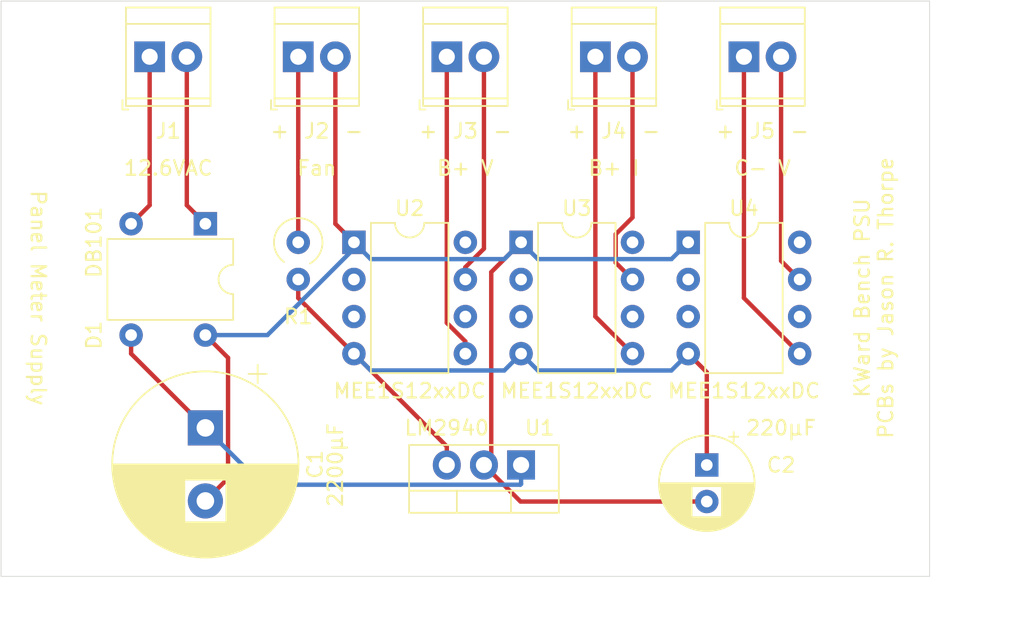
<source format=kicad_pcb>
(kicad_pcb (version 20171130) (host pcbnew "(5.1.12-1-10_14)")

  (general
    (thickness 1.6)
    (drawings 28)
    (tracks 58)
    (zones 0)
    (modules 17)
    (nets 13)
  )

  (page A)
  (title_block
    (title "KWard Bench PSU - Panel meter supply")
    (rev 0.1)
    (company "Copyright (c) 2021 Jason R. Thorpe. See LICENSE.")
  )

  (layers
    (0 F.Cu signal)
    (31 B.Cu signal)
    (32 B.Adhes user)
    (33 F.Adhes user)
    (34 B.Paste user)
    (35 F.Paste user)
    (36 B.SilkS user)
    (37 F.SilkS user)
    (38 B.Mask user)
    (39 F.Mask user)
    (40 Dwgs.User user)
    (41 Cmts.User user)
    (42 Eco1.User user)
    (43 Eco2.User user)
    (44 Edge.Cuts user)
    (45 Margin user)
    (46 B.CrtYd user)
    (47 F.CrtYd user)
    (48 B.Fab user)
    (49 F.Fab user)
  )

  (setup
    (last_trace_width 0.3)
    (trace_clearance 0.2)
    (zone_clearance 0.508)
    (zone_45_only no)
    (trace_min 0.2)
    (via_size 0.8)
    (via_drill 0.4)
    (via_min_size 0.4)
    (via_min_drill 0.3)
    (uvia_size 0.3)
    (uvia_drill 0.1)
    (uvias_allowed no)
    (uvia_min_size 0.2)
    (uvia_min_drill 0.1)
    (edge_width 0.05)
    (segment_width 0.2)
    (pcb_text_width 0.3)
    (pcb_text_size 1.5 1.5)
    (mod_edge_width 0.12)
    (mod_text_size 1 1)
    (mod_text_width 0.15)
    (pad_size 1.524 1.524)
    (pad_drill 0.762)
    (pad_to_mask_clearance 0)
    (aux_axis_origin 0 0)
    (visible_elements FFFFFF7F)
    (pcbplotparams
      (layerselection 0x010fc_ffffffff)
      (usegerberextensions false)
      (usegerberattributes true)
      (usegerberadvancedattributes true)
      (creategerberjobfile true)
      (excludeedgelayer true)
      (linewidth 0.100000)
      (plotframeref false)
      (viasonmask false)
      (mode 1)
      (useauxorigin false)
      (hpglpennumber 1)
      (hpglpenspeed 20)
      (hpglpendiameter 15.000000)
      (psnegative false)
      (psa4output false)
      (plotreference true)
      (plotvalue true)
      (plotinvisibletext false)
      (padsonsilk false)
      (subtractmaskfromsilk false)
      (outputformat 1)
      (mirror false)
      (drillshape 1)
      (scaleselection 1)
      (outputdirectory ""))
  )

  (net 0 "")
  (net 1 "Net-(C1-Pad1)")
  (net 2 "Net-(C1-Pad2)")
  (net 3 "Net-(C2-Pad1)")
  (net 4 "Net-(D1-Pad1)")
  (net 5 "Net-(D1-Pad2)")
  (net 6 "Net-(J2-Pad1)")
  (net 7 "Net-(J3-Pad1)")
  (net 8 "Net-(J3-Pad2)")
  (net 9 "Net-(J4-Pad2)")
  (net 10 "Net-(J4-Pad1)")
  (net 11 "Net-(J5-Pad1)")
  (net 12 "Net-(J5-Pad2)")

  (net_class Default "This is the default net class."
    (clearance 0.2)
    (trace_width 0.3)
    (via_dia 0.8)
    (via_drill 0.4)
    (uvia_dia 0.3)
    (uvia_drill 0.1)
    (add_net "Net-(C1-Pad1)")
    (add_net "Net-(C1-Pad2)")
    (add_net "Net-(C2-Pad1)")
    (add_net "Net-(D1-Pad1)")
    (add_net "Net-(D1-Pad2)")
    (add_net "Net-(J2-Pad1)")
    (add_net "Net-(J3-Pad1)")
    (add_net "Net-(J3-Pad2)")
    (add_net "Net-(J4-Pad1)")
    (add_net "Net-(J4-Pad2)")
    (add_net "Net-(J5-Pad1)")
    (add_net "Net-(J5-Pad2)")
  )

  (module MountingHole:MountingHole_3.2mm_M3_DIN965 (layer F.Cu) (tedit 56D1B4CB) (tstamp 61CBD8B0)
    (at 132.08 120.65)
    (descr "Mounting Hole 3.2mm, no annular, M3, DIN965")
    (tags "mounting hole 3.2mm no annular m3 din965")
    (attr virtual)
    (fp_text reference REF** (at 0 -3.8) (layer F.SilkS) hide
      (effects (font (size 1 1) (thickness 0.15)))
    )
    (fp_text value MountingHole_3.2mm_M3_DIN965 (at 0 3.8) (layer F.Fab) hide
      (effects (font (size 1 1) (thickness 0.15)))
    )
    (fp_circle (center 0 0) (end 3.05 0) (layer F.CrtYd) (width 0.05))
    (fp_circle (center 0 0) (end 2.8 0) (layer Cmts.User) (width 0.15))
    (fp_text user %R (at 0.3 0) (layer F.Fab)
      (effects (font (size 1 1) (thickness 0.15)))
    )
    (pad 1 np_thru_hole circle (at 0 0) (size 3.2 3.2) (drill 3.2) (layers *.Cu *.Mask))
  )

  (module MountingHole:MountingHole_3.2mm_M3_DIN965 (layer F.Cu) (tedit 56D1B4CB) (tstamp 61CBD882)
    (at 187.96 120.65)
    (descr "Mounting Hole 3.2mm, no annular, M3, DIN965")
    (tags "mounting hole 3.2mm no annular m3 din965")
    (attr virtual)
    (fp_text reference REF** (at 0 -3.8) (layer F.SilkS) hide
      (effects (font (size 1 1) (thickness 0.15)))
    )
    (fp_text value MountingHole_3.2mm_M3_DIN965 (at 0 3.8) (layer F.Fab) hide
      (effects (font (size 1 1) (thickness 0.15)))
    )
    (fp_circle (center 0 0) (end 2.8 0) (layer Cmts.User) (width 0.15))
    (fp_circle (center 0 0) (end 3.05 0) (layer F.CrtYd) (width 0.05))
    (fp_text user %R (at 0.3 0) (layer F.Fab)
      (effects (font (size 1 1) (thickness 0.15)))
    )
    (pad 1 np_thru_hole circle (at 0 0) (size 3.2 3.2) (drill 3.2) (layers *.Cu *.Mask))
  )

  (module MountingHole:MountingHole_3.2mm_M3_DIN965 (layer F.Cu) (tedit 56D1B4CB) (tstamp 61CBD84B)
    (at 132.08 88.9)
    (descr "Mounting Hole 3.2mm, no annular, M3, DIN965")
    (tags "mounting hole 3.2mm no annular m3 din965")
    (attr virtual)
    (fp_text reference REF** (at 0 -3.8) (layer F.SilkS) hide
      (effects (font (size 1 1) (thickness 0.15)))
    )
    (fp_text value MountingHole_3.2mm_M3_DIN965 (at 0 3.8) (layer F.Fab) hide
      (effects (font (size 1 1) (thickness 0.15)))
    )
    (fp_circle (center 0 0) (end 2.8 0) (layer Cmts.User) (width 0.15))
    (fp_circle (center 0 0) (end 3.05 0) (layer F.CrtYd) (width 0.05))
    (fp_text user %R (at 0.3 0) (layer F.Fab)
      (effects (font (size 1 1) (thickness 0.15)))
    )
    (pad 1 np_thru_hole circle (at 0 0) (size 3.2 3.2) (drill 3.2) (layers *.Cu *.Mask))
  )

  (module MountingHole:MountingHole_3.2mm_M3_DIN965 (layer F.Cu) (tedit 56D1B4CB) (tstamp 61CBD7AC)
    (at 187.96 88.9)
    (descr "Mounting Hole 3.2mm, no annular, M3, DIN965")
    (tags "mounting hole 3.2mm no annular m3 din965")
    (attr virtual)
    (fp_text reference REF** (at 0 -3.8) (layer F.SilkS) hide
      (effects (font (size 1 1) (thickness 0.15)))
    )
    (fp_text value MountingHole_3.2mm_M3_DIN965 (at 0 3.8) (layer F.Fab) hide
      (effects (font (size 1 1) (thickness 0.15)))
    )
    (fp_circle (center 0 0) (end 3.05 0) (layer F.CrtYd) (width 0.05))
    (fp_circle (center 0 0) (end 2.8 0) (layer Cmts.User) (width 0.15))
    (fp_text user %R (at 0.3 0) (layer F.Fab)
      (effects (font (size 1 1) (thickness 0.15)))
    )
    (pad 1 np_thru_hole circle (at 0 0) (size 3.2 3.2) (drill 3.2) (layers *.Cu *.Mask))
  )

  (module Diode_THT:Diode_Bridge_DIP-4_W7.62mm_P5.08mm (layer F.Cu) (tedit 5A142105) (tstamp 61CB6DF6)
    (at 142.24 100.33 270)
    (descr "4-lead dip package for diode bridges, row spacing 7.62 mm (300 mils), see http://cdn-reichelt.de/documents/datenblatt/A400/HDBL101G_20SERIES-TSC.pdf")
    (tags "DIL DIP PDIP 5.08mm 7.62mm 300mil")
    (path /641C3084)
    (fp_text reference D1 (at 7.62 7.62 270) (layer F.SilkS)
      (effects (font (size 1 1) (thickness 0.15)))
    )
    (fp_text value DB101 (at 3.81 4.87 90) (layer F.Fab)
      (effects (font (size 1 1) (thickness 0.15)))
    )
    (fp_line (start 6.58 -1.9) (end 4.81 -1.9) (layer F.SilkS) (width 0.12))
    (fp_line (start 6.58 6.7) (end 6.58 -1.9) (layer F.SilkS) (width 0.12))
    (fp_line (start 1.04 6.7) (end 6.58 6.7) (layer F.SilkS) (width 0.12))
    (fp_line (start 1.04 -1.9) (end 1.04 6.7) (layer F.SilkS) (width 0.12))
    (fp_line (start 2.81 -1.9) (end 1.04 -1.9) (layer F.SilkS) (width 0.12))
    (fp_line (start 0.635 -0.8) (end 1.635 -1.8) (layer F.Fab) (width 0.1))
    (fp_line (start 0.635 6.6) (end 0.635 -0.8) (layer F.Fab) (width 0.1))
    (fp_line (start 6.985 6.6) (end 0.635 6.6) (layer F.Fab) (width 0.1))
    (fp_line (start 6.985 -1.8) (end 6.985 6.6) (layer F.Fab) (width 0.1))
    (fp_line (start 1.635 -1.8) (end 6.985 -1.8) (layer F.Fab) (width 0.1))
    (fp_line (start -1.05 -2.05) (end 8.67 -2.05) (layer F.CrtYd) (width 0.05))
    (fp_line (start -1.05 -2.05) (end -1.05 6.85) (layer F.CrtYd) (width 0.05))
    (fp_line (start 8.67 6.85) (end 8.67 -2.05) (layer F.CrtYd) (width 0.05))
    (fp_line (start 8.67 6.85) (end -1.05 6.85) (layer F.CrtYd) (width 0.05))
    (fp_arc (start 3.81 -1.9) (end 2.81 -1.9) (angle -180) (layer F.SilkS) (width 0.12))
    (fp_text user %R (at 3.81 1.27 90) (layer F.Fab)
      (effects (font (size 1 1) (thickness 0.15)))
    )
    (pad 1 thru_hole rect (at 0 0 270) (size 1.6 1.6) (drill 0.8) (layers *.Cu *.Mask)
      (net 4 "Net-(D1-Pad1)"))
    (pad 3 thru_hole oval (at 7.62 5.08 270) (size 1.6 1.6) (drill 0.8) (layers *.Cu *.Mask)
      (net 1 "Net-(C1-Pad1)"))
    (pad 2 thru_hole oval (at 0 5.08 270) (size 1.6 1.6) (drill 0.8) (layers *.Cu *.Mask)
      (net 5 "Net-(D1-Pad2)"))
    (pad 4 thru_hole oval (at 7.62 0 270) (size 1.6 1.6) (drill 0.8) (layers *.Cu *.Mask)
      (net 2 "Net-(C1-Pad2)"))
    (model ${KISYS3DMOD}/Diode_THT.3dshapes/Diode_Bridge_DIP-4_W7.62mm_P5.08mm.wrl
      (at (xyz 0 0 0))
      (scale (xyz 1 1 1))
      (rotate (xyz 0 0 0))
    )
  )

  (module Capacitor_THT:CP_Radial_D6.3mm_P2.50mm (layer F.Cu) (tedit 5AE50EF0) (tstamp 61CB6DDE)
    (at 176.53 116.84 270)
    (descr "CP, Radial series, Radial, pin pitch=2.50mm, , diameter=6.3mm, Electrolytic Capacitor")
    (tags "CP Radial series Radial pin pitch 2.50mm  diameter 6.3mm Electrolytic Capacitor")
    (path /641C9B64)
    (fp_text reference C2 (at 0 -5.08 180) (layer F.SilkS)
      (effects (font (size 1 1) (thickness 0.15)))
    )
    (fp_text value 220µF (at 2.5 5.08 90) (layer F.Fab) hide
      (effects (font (size 1 1) (thickness 0.15)))
    )
    (fp_line (start -1.935241 -2.154) (end -1.935241 -1.524) (layer F.SilkS) (width 0.12))
    (fp_line (start -2.250241 -1.839) (end -1.620241 -1.839) (layer F.SilkS) (width 0.12))
    (fp_line (start 4.491 -0.402) (end 4.491 0.402) (layer F.SilkS) (width 0.12))
    (fp_line (start 4.451 -0.633) (end 4.451 0.633) (layer F.SilkS) (width 0.12))
    (fp_line (start 4.411 -0.802) (end 4.411 0.802) (layer F.SilkS) (width 0.12))
    (fp_line (start 4.371 -0.94) (end 4.371 0.94) (layer F.SilkS) (width 0.12))
    (fp_line (start 4.331 -1.059) (end 4.331 1.059) (layer F.SilkS) (width 0.12))
    (fp_line (start 4.291 -1.165) (end 4.291 1.165) (layer F.SilkS) (width 0.12))
    (fp_line (start 4.251 -1.262) (end 4.251 1.262) (layer F.SilkS) (width 0.12))
    (fp_line (start 4.211 -1.35) (end 4.211 1.35) (layer F.SilkS) (width 0.12))
    (fp_line (start 4.171 -1.432) (end 4.171 1.432) (layer F.SilkS) (width 0.12))
    (fp_line (start 4.131 -1.509) (end 4.131 1.509) (layer F.SilkS) (width 0.12))
    (fp_line (start 4.091 -1.581) (end 4.091 1.581) (layer F.SilkS) (width 0.12))
    (fp_line (start 4.051 -1.65) (end 4.051 1.65) (layer F.SilkS) (width 0.12))
    (fp_line (start 4.011 -1.714) (end 4.011 1.714) (layer F.SilkS) (width 0.12))
    (fp_line (start 3.971 -1.776) (end 3.971 1.776) (layer F.SilkS) (width 0.12))
    (fp_line (start 3.931 -1.834) (end 3.931 1.834) (layer F.SilkS) (width 0.12))
    (fp_line (start 3.891 -1.89) (end 3.891 1.89) (layer F.SilkS) (width 0.12))
    (fp_line (start 3.851 -1.944) (end 3.851 1.944) (layer F.SilkS) (width 0.12))
    (fp_line (start 3.811 -1.995) (end 3.811 1.995) (layer F.SilkS) (width 0.12))
    (fp_line (start 3.771 -2.044) (end 3.771 2.044) (layer F.SilkS) (width 0.12))
    (fp_line (start 3.731 -2.092) (end 3.731 2.092) (layer F.SilkS) (width 0.12))
    (fp_line (start 3.691 -2.137) (end 3.691 2.137) (layer F.SilkS) (width 0.12))
    (fp_line (start 3.651 -2.182) (end 3.651 2.182) (layer F.SilkS) (width 0.12))
    (fp_line (start 3.611 -2.224) (end 3.611 2.224) (layer F.SilkS) (width 0.12))
    (fp_line (start 3.571 -2.265) (end 3.571 2.265) (layer F.SilkS) (width 0.12))
    (fp_line (start 3.531 1.04) (end 3.531 2.305) (layer F.SilkS) (width 0.12))
    (fp_line (start 3.531 -2.305) (end 3.531 -1.04) (layer F.SilkS) (width 0.12))
    (fp_line (start 3.491 1.04) (end 3.491 2.343) (layer F.SilkS) (width 0.12))
    (fp_line (start 3.491 -2.343) (end 3.491 -1.04) (layer F.SilkS) (width 0.12))
    (fp_line (start 3.451 1.04) (end 3.451 2.38) (layer F.SilkS) (width 0.12))
    (fp_line (start 3.451 -2.38) (end 3.451 -1.04) (layer F.SilkS) (width 0.12))
    (fp_line (start 3.411 1.04) (end 3.411 2.416) (layer F.SilkS) (width 0.12))
    (fp_line (start 3.411 -2.416) (end 3.411 -1.04) (layer F.SilkS) (width 0.12))
    (fp_line (start 3.371 1.04) (end 3.371 2.45) (layer F.SilkS) (width 0.12))
    (fp_line (start 3.371 -2.45) (end 3.371 -1.04) (layer F.SilkS) (width 0.12))
    (fp_line (start 3.331 1.04) (end 3.331 2.484) (layer F.SilkS) (width 0.12))
    (fp_line (start 3.331 -2.484) (end 3.331 -1.04) (layer F.SilkS) (width 0.12))
    (fp_line (start 3.291 1.04) (end 3.291 2.516) (layer F.SilkS) (width 0.12))
    (fp_line (start 3.291 -2.516) (end 3.291 -1.04) (layer F.SilkS) (width 0.12))
    (fp_line (start 3.251 1.04) (end 3.251 2.548) (layer F.SilkS) (width 0.12))
    (fp_line (start 3.251 -2.548) (end 3.251 -1.04) (layer F.SilkS) (width 0.12))
    (fp_line (start 3.211 1.04) (end 3.211 2.578) (layer F.SilkS) (width 0.12))
    (fp_line (start 3.211 -2.578) (end 3.211 -1.04) (layer F.SilkS) (width 0.12))
    (fp_line (start 3.171 1.04) (end 3.171 2.607) (layer F.SilkS) (width 0.12))
    (fp_line (start 3.171 -2.607) (end 3.171 -1.04) (layer F.SilkS) (width 0.12))
    (fp_line (start 3.131 1.04) (end 3.131 2.636) (layer F.SilkS) (width 0.12))
    (fp_line (start 3.131 -2.636) (end 3.131 -1.04) (layer F.SilkS) (width 0.12))
    (fp_line (start 3.091 1.04) (end 3.091 2.664) (layer F.SilkS) (width 0.12))
    (fp_line (start 3.091 -2.664) (end 3.091 -1.04) (layer F.SilkS) (width 0.12))
    (fp_line (start 3.051 1.04) (end 3.051 2.69) (layer F.SilkS) (width 0.12))
    (fp_line (start 3.051 -2.69) (end 3.051 -1.04) (layer F.SilkS) (width 0.12))
    (fp_line (start 3.011 1.04) (end 3.011 2.716) (layer F.SilkS) (width 0.12))
    (fp_line (start 3.011 -2.716) (end 3.011 -1.04) (layer F.SilkS) (width 0.12))
    (fp_line (start 2.971 1.04) (end 2.971 2.742) (layer F.SilkS) (width 0.12))
    (fp_line (start 2.971 -2.742) (end 2.971 -1.04) (layer F.SilkS) (width 0.12))
    (fp_line (start 2.931 1.04) (end 2.931 2.766) (layer F.SilkS) (width 0.12))
    (fp_line (start 2.931 -2.766) (end 2.931 -1.04) (layer F.SilkS) (width 0.12))
    (fp_line (start 2.891 1.04) (end 2.891 2.79) (layer F.SilkS) (width 0.12))
    (fp_line (start 2.891 -2.79) (end 2.891 -1.04) (layer F.SilkS) (width 0.12))
    (fp_line (start 2.851 1.04) (end 2.851 2.812) (layer F.SilkS) (width 0.12))
    (fp_line (start 2.851 -2.812) (end 2.851 -1.04) (layer F.SilkS) (width 0.12))
    (fp_line (start 2.811 1.04) (end 2.811 2.834) (layer F.SilkS) (width 0.12))
    (fp_line (start 2.811 -2.834) (end 2.811 -1.04) (layer F.SilkS) (width 0.12))
    (fp_line (start 2.771 1.04) (end 2.771 2.856) (layer F.SilkS) (width 0.12))
    (fp_line (start 2.771 -2.856) (end 2.771 -1.04) (layer F.SilkS) (width 0.12))
    (fp_line (start 2.731 1.04) (end 2.731 2.876) (layer F.SilkS) (width 0.12))
    (fp_line (start 2.731 -2.876) (end 2.731 -1.04) (layer F.SilkS) (width 0.12))
    (fp_line (start 2.691 1.04) (end 2.691 2.896) (layer F.SilkS) (width 0.12))
    (fp_line (start 2.691 -2.896) (end 2.691 -1.04) (layer F.SilkS) (width 0.12))
    (fp_line (start 2.651 1.04) (end 2.651 2.916) (layer F.SilkS) (width 0.12))
    (fp_line (start 2.651 -2.916) (end 2.651 -1.04) (layer F.SilkS) (width 0.12))
    (fp_line (start 2.611 1.04) (end 2.611 2.934) (layer F.SilkS) (width 0.12))
    (fp_line (start 2.611 -2.934) (end 2.611 -1.04) (layer F.SilkS) (width 0.12))
    (fp_line (start 2.571 1.04) (end 2.571 2.952) (layer F.SilkS) (width 0.12))
    (fp_line (start 2.571 -2.952) (end 2.571 -1.04) (layer F.SilkS) (width 0.12))
    (fp_line (start 2.531 1.04) (end 2.531 2.97) (layer F.SilkS) (width 0.12))
    (fp_line (start 2.531 -2.97) (end 2.531 -1.04) (layer F.SilkS) (width 0.12))
    (fp_line (start 2.491 1.04) (end 2.491 2.986) (layer F.SilkS) (width 0.12))
    (fp_line (start 2.491 -2.986) (end 2.491 -1.04) (layer F.SilkS) (width 0.12))
    (fp_line (start 2.451 1.04) (end 2.451 3.002) (layer F.SilkS) (width 0.12))
    (fp_line (start 2.451 -3.002) (end 2.451 -1.04) (layer F.SilkS) (width 0.12))
    (fp_line (start 2.411 1.04) (end 2.411 3.018) (layer F.SilkS) (width 0.12))
    (fp_line (start 2.411 -3.018) (end 2.411 -1.04) (layer F.SilkS) (width 0.12))
    (fp_line (start 2.371 1.04) (end 2.371 3.033) (layer F.SilkS) (width 0.12))
    (fp_line (start 2.371 -3.033) (end 2.371 -1.04) (layer F.SilkS) (width 0.12))
    (fp_line (start 2.331 1.04) (end 2.331 3.047) (layer F.SilkS) (width 0.12))
    (fp_line (start 2.331 -3.047) (end 2.331 -1.04) (layer F.SilkS) (width 0.12))
    (fp_line (start 2.291 1.04) (end 2.291 3.061) (layer F.SilkS) (width 0.12))
    (fp_line (start 2.291 -3.061) (end 2.291 -1.04) (layer F.SilkS) (width 0.12))
    (fp_line (start 2.251 1.04) (end 2.251 3.074) (layer F.SilkS) (width 0.12))
    (fp_line (start 2.251 -3.074) (end 2.251 -1.04) (layer F.SilkS) (width 0.12))
    (fp_line (start 2.211 1.04) (end 2.211 3.086) (layer F.SilkS) (width 0.12))
    (fp_line (start 2.211 -3.086) (end 2.211 -1.04) (layer F.SilkS) (width 0.12))
    (fp_line (start 2.171 1.04) (end 2.171 3.098) (layer F.SilkS) (width 0.12))
    (fp_line (start 2.171 -3.098) (end 2.171 -1.04) (layer F.SilkS) (width 0.12))
    (fp_line (start 2.131 1.04) (end 2.131 3.11) (layer F.SilkS) (width 0.12))
    (fp_line (start 2.131 -3.11) (end 2.131 -1.04) (layer F.SilkS) (width 0.12))
    (fp_line (start 2.091 1.04) (end 2.091 3.121) (layer F.SilkS) (width 0.12))
    (fp_line (start 2.091 -3.121) (end 2.091 -1.04) (layer F.SilkS) (width 0.12))
    (fp_line (start 2.051 1.04) (end 2.051 3.131) (layer F.SilkS) (width 0.12))
    (fp_line (start 2.051 -3.131) (end 2.051 -1.04) (layer F.SilkS) (width 0.12))
    (fp_line (start 2.011 1.04) (end 2.011 3.141) (layer F.SilkS) (width 0.12))
    (fp_line (start 2.011 -3.141) (end 2.011 -1.04) (layer F.SilkS) (width 0.12))
    (fp_line (start 1.971 1.04) (end 1.971 3.15) (layer F.SilkS) (width 0.12))
    (fp_line (start 1.971 -3.15) (end 1.971 -1.04) (layer F.SilkS) (width 0.12))
    (fp_line (start 1.93 1.04) (end 1.93 3.159) (layer F.SilkS) (width 0.12))
    (fp_line (start 1.93 -3.159) (end 1.93 -1.04) (layer F.SilkS) (width 0.12))
    (fp_line (start 1.89 1.04) (end 1.89 3.167) (layer F.SilkS) (width 0.12))
    (fp_line (start 1.89 -3.167) (end 1.89 -1.04) (layer F.SilkS) (width 0.12))
    (fp_line (start 1.85 1.04) (end 1.85 3.175) (layer F.SilkS) (width 0.12))
    (fp_line (start 1.85 -3.175) (end 1.85 -1.04) (layer F.SilkS) (width 0.12))
    (fp_line (start 1.81 1.04) (end 1.81 3.182) (layer F.SilkS) (width 0.12))
    (fp_line (start 1.81 -3.182) (end 1.81 -1.04) (layer F.SilkS) (width 0.12))
    (fp_line (start 1.77 1.04) (end 1.77 3.189) (layer F.SilkS) (width 0.12))
    (fp_line (start 1.77 -3.189) (end 1.77 -1.04) (layer F.SilkS) (width 0.12))
    (fp_line (start 1.73 1.04) (end 1.73 3.195) (layer F.SilkS) (width 0.12))
    (fp_line (start 1.73 -3.195) (end 1.73 -1.04) (layer F.SilkS) (width 0.12))
    (fp_line (start 1.69 1.04) (end 1.69 3.201) (layer F.SilkS) (width 0.12))
    (fp_line (start 1.69 -3.201) (end 1.69 -1.04) (layer F.SilkS) (width 0.12))
    (fp_line (start 1.65 1.04) (end 1.65 3.206) (layer F.SilkS) (width 0.12))
    (fp_line (start 1.65 -3.206) (end 1.65 -1.04) (layer F.SilkS) (width 0.12))
    (fp_line (start 1.61 1.04) (end 1.61 3.211) (layer F.SilkS) (width 0.12))
    (fp_line (start 1.61 -3.211) (end 1.61 -1.04) (layer F.SilkS) (width 0.12))
    (fp_line (start 1.57 1.04) (end 1.57 3.215) (layer F.SilkS) (width 0.12))
    (fp_line (start 1.57 -3.215) (end 1.57 -1.04) (layer F.SilkS) (width 0.12))
    (fp_line (start 1.53 1.04) (end 1.53 3.218) (layer F.SilkS) (width 0.12))
    (fp_line (start 1.53 -3.218) (end 1.53 -1.04) (layer F.SilkS) (width 0.12))
    (fp_line (start 1.49 1.04) (end 1.49 3.222) (layer F.SilkS) (width 0.12))
    (fp_line (start 1.49 -3.222) (end 1.49 -1.04) (layer F.SilkS) (width 0.12))
    (fp_line (start 1.45 -3.224) (end 1.45 3.224) (layer F.SilkS) (width 0.12))
    (fp_line (start 1.41 -3.227) (end 1.41 3.227) (layer F.SilkS) (width 0.12))
    (fp_line (start 1.37 -3.228) (end 1.37 3.228) (layer F.SilkS) (width 0.12))
    (fp_line (start 1.33 -3.23) (end 1.33 3.23) (layer F.SilkS) (width 0.12))
    (fp_line (start 1.29 -3.23) (end 1.29 3.23) (layer F.SilkS) (width 0.12))
    (fp_line (start 1.25 -3.23) (end 1.25 3.23) (layer F.SilkS) (width 0.12))
    (fp_line (start -1.128972 -1.6885) (end -1.128972 -1.0585) (layer F.Fab) (width 0.1))
    (fp_line (start -1.443972 -1.3735) (end -0.813972 -1.3735) (layer F.Fab) (width 0.1))
    (fp_circle (center 1.25 0) (end 4.65 0) (layer F.CrtYd) (width 0.05))
    (fp_circle (center 1.25 0) (end 4.52 0) (layer F.SilkS) (width 0.12))
    (fp_circle (center 1.25 0) (end 4.4 0) (layer F.Fab) (width 0.1))
    (fp_text user %R (at 2.5 0 90) (layer F.Fab)
      (effects (font (size 1 1) (thickness 0.15)))
    )
    (pad 2 thru_hole circle (at 2.5 0 270) (size 1.6 1.6) (drill 0.8) (layers *.Cu *.Mask)
      (net 2 "Net-(C1-Pad2)"))
    (pad 1 thru_hole rect (at 0 0 270) (size 1.6 1.6) (drill 0.8) (layers *.Cu *.Mask)
      (net 3 "Net-(C2-Pad1)"))
    (model ${KISYS3DMOD}/Capacitor_THT.3dshapes/CP_Radial_D6.3mm_P2.50mm.wrl
      (at (xyz 0 0 0))
      (scale (xyz 1 1 1))
      (rotate (xyz 0 0 0))
    )
  )

  (module Capacitor_THT:CP_Radial_D12.5mm_P5.00mm (layer F.Cu) (tedit 5AE50EF1) (tstamp 61CB6CE8)
    (at 142.24 114.3 270)
    (descr "CP, Radial series, Radial, pin pitch=5.00mm, , diameter=12.5mm, Electrolytic Capacitor")
    (tags "CP Radial series Radial pin pitch 5.00mm  diameter 12.5mm Electrolytic Capacitor")
    (path /641C5CA9)
    (fp_text reference C1 (at 2.5 -7.5 90) (layer F.SilkS)
      (effects (font (size 1 1) (thickness 0.15)))
    )
    (fp_text value 2200µF (at 2.5 7.5 90) (layer F.Fab) hide
      (effects (font (size 1 1) (thickness 0.15)))
    )
    (fp_circle (center 2.5 0) (end 8.75 0) (layer F.Fab) (width 0.1))
    (fp_circle (center 2.5 0) (end 8.87 0) (layer F.SilkS) (width 0.12))
    (fp_circle (center 2.5 0) (end 9 0) (layer F.CrtYd) (width 0.05))
    (fp_line (start -2.866489 -2.7375) (end -1.616489 -2.7375) (layer F.Fab) (width 0.1))
    (fp_line (start -2.241489 -3.3625) (end -2.241489 -2.1125) (layer F.Fab) (width 0.1))
    (fp_line (start 2.5 -6.33) (end 2.5 6.33) (layer F.SilkS) (width 0.12))
    (fp_line (start 2.54 -6.33) (end 2.54 6.33) (layer F.SilkS) (width 0.12))
    (fp_line (start 2.58 -6.33) (end 2.58 6.33) (layer F.SilkS) (width 0.12))
    (fp_line (start 2.62 -6.329) (end 2.62 6.329) (layer F.SilkS) (width 0.12))
    (fp_line (start 2.66 -6.328) (end 2.66 6.328) (layer F.SilkS) (width 0.12))
    (fp_line (start 2.7 -6.327) (end 2.7 6.327) (layer F.SilkS) (width 0.12))
    (fp_line (start 2.74 -6.326) (end 2.74 6.326) (layer F.SilkS) (width 0.12))
    (fp_line (start 2.78 -6.324) (end 2.78 6.324) (layer F.SilkS) (width 0.12))
    (fp_line (start 2.82 -6.322) (end 2.82 6.322) (layer F.SilkS) (width 0.12))
    (fp_line (start 2.86 -6.32) (end 2.86 6.32) (layer F.SilkS) (width 0.12))
    (fp_line (start 2.9 -6.318) (end 2.9 6.318) (layer F.SilkS) (width 0.12))
    (fp_line (start 2.94 -6.315) (end 2.94 6.315) (layer F.SilkS) (width 0.12))
    (fp_line (start 2.98 -6.312) (end 2.98 6.312) (layer F.SilkS) (width 0.12))
    (fp_line (start 3.02 -6.309) (end 3.02 6.309) (layer F.SilkS) (width 0.12))
    (fp_line (start 3.06 -6.306) (end 3.06 6.306) (layer F.SilkS) (width 0.12))
    (fp_line (start 3.1 -6.302) (end 3.1 6.302) (layer F.SilkS) (width 0.12))
    (fp_line (start 3.14 -6.298) (end 3.14 6.298) (layer F.SilkS) (width 0.12))
    (fp_line (start 3.18 -6.294) (end 3.18 6.294) (layer F.SilkS) (width 0.12))
    (fp_line (start 3.221 -6.29) (end 3.221 6.29) (layer F.SilkS) (width 0.12))
    (fp_line (start 3.261 -6.285) (end 3.261 6.285) (layer F.SilkS) (width 0.12))
    (fp_line (start 3.301 -6.28) (end 3.301 6.28) (layer F.SilkS) (width 0.12))
    (fp_line (start 3.341 -6.275) (end 3.341 6.275) (layer F.SilkS) (width 0.12))
    (fp_line (start 3.381 -6.269) (end 3.381 6.269) (layer F.SilkS) (width 0.12))
    (fp_line (start 3.421 -6.264) (end 3.421 6.264) (layer F.SilkS) (width 0.12))
    (fp_line (start 3.461 -6.258) (end 3.461 6.258) (layer F.SilkS) (width 0.12))
    (fp_line (start 3.501 -6.252) (end 3.501 6.252) (layer F.SilkS) (width 0.12))
    (fp_line (start 3.541 -6.245) (end 3.541 6.245) (layer F.SilkS) (width 0.12))
    (fp_line (start 3.581 -6.238) (end 3.581 -1.44) (layer F.SilkS) (width 0.12))
    (fp_line (start 3.581 1.44) (end 3.581 6.238) (layer F.SilkS) (width 0.12))
    (fp_line (start 3.621 -6.231) (end 3.621 -1.44) (layer F.SilkS) (width 0.12))
    (fp_line (start 3.621 1.44) (end 3.621 6.231) (layer F.SilkS) (width 0.12))
    (fp_line (start 3.661 -6.224) (end 3.661 -1.44) (layer F.SilkS) (width 0.12))
    (fp_line (start 3.661 1.44) (end 3.661 6.224) (layer F.SilkS) (width 0.12))
    (fp_line (start 3.701 -6.216) (end 3.701 -1.44) (layer F.SilkS) (width 0.12))
    (fp_line (start 3.701 1.44) (end 3.701 6.216) (layer F.SilkS) (width 0.12))
    (fp_line (start 3.741 -6.209) (end 3.741 -1.44) (layer F.SilkS) (width 0.12))
    (fp_line (start 3.741 1.44) (end 3.741 6.209) (layer F.SilkS) (width 0.12))
    (fp_line (start 3.781 -6.201) (end 3.781 -1.44) (layer F.SilkS) (width 0.12))
    (fp_line (start 3.781 1.44) (end 3.781 6.201) (layer F.SilkS) (width 0.12))
    (fp_line (start 3.821 -6.192) (end 3.821 -1.44) (layer F.SilkS) (width 0.12))
    (fp_line (start 3.821 1.44) (end 3.821 6.192) (layer F.SilkS) (width 0.12))
    (fp_line (start 3.861 -6.184) (end 3.861 -1.44) (layer F.SilkS) (width 0.12))
    (fp_line (start 3.861 1.44) (end 3.861 6.184) (layer F.SilkS) (width 0.12))
    (fp_line (start 3.901 -6.175) (end 3.901 -1.44) (layer F.SilkS) (width 0.12))
    (fp_line (start 3.901 1.44) (end 3.901 6.175) (layer F.SilkS) (width 0.12))
    (fp_line (start 3.941 -6.166) (end 3.941 -1.44) (layer F.SilkS) (width 0.12))
    (fp_line (start 3.941 1.44) (end 3.941 6.166) (layer F.SilkS) (width 0.12))
    (fp_line (start 3.981 -6.156) (end 3.981 -1.44) (layer F.SilkS) (width 0.12))
    (fp_line (start 3.981 1.44) (end 3.981 6.156) (layer F.SilkS) (width 0.12))
    (fp_line (start 4.021 -6.146) (end 4.021 -1.44) (layer F.SilkS) (width 0.12))
    (fp_line (start 4.021 1.44) (end 4.021 6.146) (layer F.SilkS) (width 0.12))
    (fp_line (start 4.061 -6.137) (end 4.061 -1.44) (layer F.SilkS) (width 0.12))
    (fp_line (start 4.061 1.44) (end 4.061 6.137) (layer F.SilkS) (width 0.12))
    (fp_line (start 4.101 -6.126) (end 4.101 -1.44) (layer F.SilkS) (width 0.12))
    (fp_line (start 4.101 1.44) (end 4.101 6.126) (layer F.SilkS) (width 0.12))
    (fp_line (start 4.141 -6.116) (end 4.141 -1.44) (layer F.SilkS) (width 0.12))
    (fp_line (start 4.141 1.44) (end 4.141 6.116) (layer F.SilkS) (width 0.12))
    (fp_line (start 4.181 -6.105) (end 4.181 -1.44) (layer F.SilkS) (width 0.12))
    (fp_line (start 4.181 1.44) (end 4.181 6.105) (layer F.SilkS) (width 0.12))
    (fp_line (start 4.221 -6.094) (end 4.221 -1.44) (layer F.SilkS) (width 0.12))
    (fp_line (start 4.221 1.44) (end 4.221 6.094) (layer F.SilkS) (width 0.12))
    (fp_line (start 4.261 -6.083) (end 4.261 -1.44) (layer F.SilkS) (width 0.12))
    (fp_line (start 4.261 1.44) (end 4.261 6.083) (layer F.SilkS) (width 0.12))
    (fp_line (start 4.301 -6.071) (end 4.301 -1.44) (layer F.SilkS) (width 0.12))
    (fp_line (start 4.301 1.44) (end 4.301 6.071) (layer F.SilkS) (width 0.12))
    (fp_line (start 4.341 -6.059) (end 4.341 -1.44) (layer F.SilkS) (width 0.12))
    (fp_line (start 4.341 1.44) (end 4.341 6.059) (layer F.SilkS) (width 0.12))
    (fp_line (start 4.381 -6.047) (end 4.381 -1.44) (layer F.SilkS) (width 0.12))
    (fp_line (start 4.381 1.44) (end 4.381 6.047) (layer F.SilkS) (width 0.12))
    (fp_line (start 4.421 -6.034) (end 4.421 -1.44) (layer F.SilkS) (width 0.12))
    (fp_line (start 4.421 1.44) (end 4.421 6.034) (layer F.SilkS) (width 0.12))
    (fp_line (start 4.461 -6.021) (end 4.461 -1.44) (layer F.SilkS) (width 0.12))
    (fp_line (start 4.461 1.44) (end 4.461 6.021) (layer F.SilkS) (width 0.12))
    (fp_line (start 4.501 -6.008) (end 4.501 -1.44) (layer F.SilkS) (width 0.12))
    (fp_line (start 4.501 1.44) (end 4.501 6.008) (layer F.SilkS) (width 0.12))
    (fp_line (start 4.541 -5.995) (end 4.541 -1.44) (layer F.SilkS) (width 0.12))
    (fp_line (start 4.541 1.44) (end 4.541 5.995) (layer F.SilkS) (width 0.12))
    (fp_line (start 4.581 -5.981) (end 4.581 -1.44) (layer F.SilkS) (width 0.12))
    (fp_line (start 4.581 1.44) (end 4.581 5.981) (layer F.SilkS) (width 0.12))
    (fp_line (start 4.621 -5.967) (end 4.621 -1.44) (layer F.SilkS) (width 0.12))
    (fp_line (start 4.621 1.44) (end 4.621 5.967) (layer F.SilkS) (width 0.12))
    (fp_line (start 4.661 -5.953) (end 4.661 -1.44) (layer F.SilkS) (width 0.12))
    (fp_line (start 4.661 1.44) (end 4.661 5.953) (layer F.SilkS) (width 0.12))
    (fp_line (start 4.701 -5.939) (end 4.701 -1.44) (layer F.SilkS) (width 0.12))
    (fp_line (start 4.701 1.44) (end 4.701 5.939) (layer F.SilkS) (width 0.12))
    (fp_line (start 4.741 -5.924) (end 4.741 -1.44) (layer F.SilkS) (width 0.12))
    (fp_line (start 4.741 1.44) (end 4.741 5.924) (layer F.SilkS) (width 0.12))
    (fp_line (start 4.781 -5.908) (end 4.781 -1.44) (layer F.SilkS) (width 0.12))
    (fp_line (start 4.781 1.44) (end 4.781 5.908) (layer F.SilkS) (width 0.12))
    (fp_line (start 4.821 -5.893) (end 4.821 -1.44) (layer F.SilkS) (width 0.12))
    (fp_line (start 4.821 1.44) (end 4.821 5.893) (layer F.SilkS) (width 0.12))
    (fp_line (start 4.861 -5.877) (end 4.861 -1.44) (layer F.SilkS) (width 0.12))
    (fp_line (start 4.861 1.44) (end 4.861 5.877) (layer F.SilkS) (width 0.12))
    (fp_line (start 4.901 -5.861) (end 4.901 -1.44) (layer F.SilkS) (width 0.12))
    (fp_line (start 4.901 1.44) (end 4.901 5.861) (layer F.SilkS) (width 0.12))
    (fp_line (start 4.941 -5.845) (end 4.941 -1.44) (layer F.SilkS) (width 0.12))
    (fp_line (start 4.941 1.44) (end 4.941 5.845) (layer F.SilkS) (width 0.12))
    (fp_line (start 4.981 -5.828) (end 4.981 -1.44) (layer F.SilkS) (width 0.12))
    (fp_line (start 4.981 1.44) (end 4.981 5.828) (layer F.SilkS) (width 0.12))
    (fp_line (start 5.021 -5.811) (end 5.021 -1.44) (layer F.SilkS) (width 0.12))
    (fp_line (start 5.021 1.44) (end 5.021 5.811) (layer F.SilkS) (width 0.12))
    (fp_line (start 5.061 -5.793) (end 5.061 -1.44) (layer F.SilkS) (width 0.12))
    (fp_line (start 5.061 1.44) (end 5.061 5.793) (layer F.SilkS) (width 0.12))
    (fp_line (start 5.101 -5.776) (end 5.101 -1.44) (layer F.SilkS) (width 0.12))
    (fp_line (start 5.101 1.44) (end 5.101 5.776) (layer F.SilkS) (width 0.12))
    (fp_line (start 5.141 -5.758) (end 5.141 -1.44) (layer F.SilkS) (width 0.12))
    (fp_line (start 5.141 1.44) (end 5.141 5.758) (layer F.SilkS) (width 0.12))
    (fp_line (start 5.181 -5.739) (end 5.181 -1.44) (layer F.SilkS) (width 0.12))
    (fp_line (start 5.181 1.44) (end 5.181 5.739) (layer F.SilkS) (width 0.12))
    (fp_line (start 5.221 -5.721) (end 5.221 -1.44) (layer F.SilkS) (width 0.12))
    (fp_line (start 5.221 1.44) (end 5.221 5.721) (layer F.SilkS) (width 0.12))
    (fp_line (start 5.261 -5.702) (end 5.261 -1.44) (layer F.SilkS) (width 0.12))
    (fp_line (start 5.261 1.44) (end 5.261 5.702) (layer F.SilkS) (width 0.12))
    (fp_line (start 5.301 -5.682) (end 5.301 -1.44) (layer F.SilkS) (width 0.12))
    (fp_line (start 5.301 1.44) (end 5.301 5.682) (layer F.SilkS) (width 0.12))
    (fp_line (start 5.341 -5.662) (end 5.341 -1.44) (layer F.SilkS) (width 0.12))
    (fp_line (start 5.341 1.44) (end 5.341 5.662) (layer F.SilkS) (width 0.12))
    (fp_line (start 5.381 -5.642) (end 5.381 -1.44) (layer F.SilkS) (width 0.12))
    (fp_line (start 5.381 1.44) (end 5.381 5.642) (layer F.SilkS) (width 0.12))
    (fp_line (start 5.421 -5.622) (end 5.421 -1.44) (layer F.SilkS) (width 0.12))
    (fp_line (start 5.421 1.44) (end 5.421 5.622) (layer F.SilkS) (width 0.12))
    (fp_line (start 5.461 -5.601) (end 5.461 -1.44) (layer F.SilkS) (width 0.12))
    (fp_line (start 5.461 1.44) (end 5.461 5.601) (layer F.SilkS) (width 0.12))
    (fp_line (start 5.501 -5.58) (end 5.501 -1.44) (layer F.SilkS) (width 0.12))
    (fp_line (start 5.501 1.44) (end 5.501 5.58) (layer F.SilkS) (width 0.12))
    (fp_line (start 5.541 -5.558) (end 5.541 -1.44) (layer F.SilkS) (width 0.12))
    (fp_line (start 5.541 1.44) (end 5.541 5.558) (layer F.SilkS) (width 0.12))
    (fp_line (start 5.581 -5.536) (end 5.581 -1.44) (layer F.SilkS) (width 0.12))
    (fp_line (start 5.581 1.44) (end 5.581 5.536) (layer F.SilkS) (width 0.12))
    (fp_line (start 5.621 -5.514) (end 5.621 -1.44) (layer F.SilkS) (width 0.12))
    (fp_line (start 5.621 1.44) (end 5.621 5.514) (layer F.SilkS) (width 0.12))
    (fp_line (start 5.661 -5.491) (end 5.661 -1.44) (layer F.SilkS) (width 0.12))
    (fp_line (start 5.661 1.44) (end 5.661 5.491) (layer F.SilkS) (width 0.12))
    (fp_line (start 5.701 -5.468) (end 5.701 -1.44) (layer F.SilkS) (width 0.12))
    (fp_line (start 5.701 1.44) (end 5.701 5.468) (layer F.SilkS) (width 0.12))
    (fp_line (start 5.741 -5.445) (end 5.741 -1.44) (layer F.SilkS) (width 0.12))
    (fp_line (start 5.741 1.44) (end 5.741 5.445) (layer F.SilkS) (width 0.12))
    (fp_line (start 5.781 -5.421) (end 5.781 -1.44) (layer F.SilkS) (width 0.12))
    (fp_line (start 5.781 1.44) (end 5.781 5.421) (layer F.SilkS) (width 0.12))
    (fp_line (start 5.821 -5.397) (end 5.821 -1.44) (layer F.SilkS) (width 0.12))
    (fp_line (start 5.821 1.44) (end 5.821 5.397) (layer F.SilkS) (width 0.12))
    (fp_line (start 5.861 -5.372) (end 5.861 -1.44) (layer F.SilkS) (width 0.12))
    (fp_line (start 5.861 1.44) (end 5.861 5.372) (layer F.SilkS) (width 0.12))
    (fp_line (start 5.901 -5.347) (end 5.901 -1.44) (layer F.SilkS) (width 0.12))
    (fp_line (start 5.901 1.44) (end 5.901 5.347) (layer F.SilkS) (width 0.12))
    (fp_line (start 5.941 -5.322) (end 5.941 -1.44) (layer F.SilkS) (width 0.12))
    (fp_line (start 5.941 1.44) (end 5.941 5.322) (layer F.SilkS) (width 0.12))
    (fp_line (start 5.981 -5.296) (end 5.981 -1.44) (layer F.SilkS) (width 0.12))
    (fp_line (start 5.981 1.44) (end 5.981 5.296) (layer F.SilkS) (width 0.12))
    (fp_line (start 6.021 -5.27) (end 6.021 -1.44) (layer F.SilkS) (width 0.12))
    (fp_line (start 6.021 1.44) (end 6.021 5.27) (layer F.SilkS) (width 0.12))
    (fp_line (start 6.061 -5.243) (end 6.061 -1.44) (layer F.SilkS) (width 0.12))
    (fp_line (start 6.061 1.44) (end 6.061 5.243) (layer F.SilkS) (width 0.12))
    (fp_line (start 6.101 -5.216) (end 6.101 -1.44) (layer F.SilkS) (width 0.12))
    (fp_line (start 6.101 1.44) (end 6.101 5.216) (layer F.SilkS) (width 0.12))
    (fp_line (start 6.141 -5.188) (end 6.141 -1.44) (layer F.SilkS) (width 0.12))
    (fp_line (start 6.141 1.44) (end 6.141 5.188) (layer F.SilkS) (width 0.12))
    (fp_line (start 6.181 -5.16) (end 6.181 -1.44) (layer F.SilkS) (width 0.12))
    (fp_line (start 6.181 1.44) (end 6.181 5.16) (layer F.SilkS) (width 0.12))
    (fp_line (start 6.221 -5.131) (end 6.221 -1.44) (layer F.SilkS) (width 0.12))
    (fp_line (start 6.221 1.44) (end 6.221 5.131) (layer F.SilkS) (width 0.12))
    (fp_line (start 6.261 -5.102) (end 6.261 -1.44) (layer F.SilkS) (width 0.12))
    (fp_line (start 6.261 1.44) (end 6.261 5.102) (layer F.SilkS) (width 0.12))
    (fp_line (start 6.301 -5.073) (end 6.301 -1.44) (layer F.SilkS) (width 0.12))
    (fp_line (start 6.301 1.44) (end 6.301 5.073) (layer F.SilkS) (width 0.12))
    (fp_line (start 6.341 -5.043) (end 6.341 -1.44) (layer F.SilkS) (width 0.12))
    (fp_line (start 6.341 1.44) (end 6.341 5.043) (layer F.SilkS) (width 0.12))
    (fp_line (start 6.381 -5.012) (end 6.381 -1.44) (layer F.SilkS) (width 0.12))
    (fp_line (start 6.381 1.44) (end 6.381 5.012) (layer F.SilkS) (width 0.12))
    (fp_line (start 6.421 -4.982) (end 6.421 -1.44) (layer F.SilkS) (width 0.12))
    (fp_line (start 6.421 1.44) (end 6.421 4.982) (layer F.SilkS) (width 0.12))
    (fp_line (start 6.461 -4.95) (end 6.461 4.95) (layer F.SilkS) (width 0.12))
    (fp_line (start 6.501 -4.918) (end 6.501 4.918) (layer F.SilkS) (width 0.12))
    (fp_line (start 6.541 -4.885) (end 6.541 4.885) (layer F.SilkS) (width 0.12))
    (fp_line (start 6.581 -4.852) (end 6.581 4.852) (layer F.SilkS) (width 0.12))
    (fp_line (start 6.621 -4.819) (end 6.621 4.819) (layer F.SilkS) (width 0.12))
    (fp_line (start 6.661 -4.785) (end 6.661 4.785) (layer F.SilkS) (width 0.12))
    (fp_line (start 6.701 -4.75) (end 6.701 4.75) (layer F.SilkS) (width 0.12))
    (fp_line (start 6.741 -4.714) (end 6.741 4.714) (layer F.SilkS) (width 0.12))
    (fp_line (start 6.781 -4.678) (end 6.781 4.678) (layer F.SilkS) (width 0.12))
    (fp_line (start 6.821 -4.642) (end 6.821 4.642) (layer F.SilkS) (width 0.12))
    (fp_line (start 6.861 -4.605) (end 6.861 4.605) (layer F.SilkS) (width 0.12))
    (fp_line (start 6.901 -4.567) (end 6.901 4.567) (layer F.SilkS) (width 0.12))
    (fp_line (start 6.941 -4.528) (end 6.941 4.528) (layer F.SilkS) (width 0.12))
    (fp_line (start 6.981 -4.489) (end 6.981 4.489) (layer F.SilkS) (width 0.12))
    (fp_line (start 7.021 -4.449) (end 7.021 4.449) (layer F.SilkS) (width 0.12))
    (fp_line (start 7.061 -4.408) (end 7.061 4.408) (layer F.SilkS) (width 0.12))
    (fp_line (start 7.101 -4.367) (end 7.101 4.367) (layer F.SilkS) (width 0.12))
    (fp_line (start 7.141 -4.325) (end 7.141 4.325) (layer F.SilkS) (width 0.12))
    (fp_line (start 7.181 -4.282) (end 7.181 4.282) (layer F.SilkS) (width 0.12))
    (fp_line (start 7.221 -4.238) (end 7.221 4.238) (layer F.SilkS) (width 0.12))
    (fp_line (start 7.261 -4.194) (end 7.261 4.194) (layer F.SilkS) (width 0.12))
    (fp_line (start 7.301 -4.148) (end 7.301 4.148) (layer F.SilkS) (width 0.12))
    (fp_line (start 7.341 -4.102) (end 7.341 4.102) (layer F.SilkS) (width 0.12))
    (fp_line (start 7.381 -4.055) (end 7.381 4.055) (layer F.SilkS) (width 0.12))
    (fp_line (start 7.421 -4.007) (end 7.421 4.007) (layer F.SilkS) (width 0.12))
    (fp_line (start 7.461 -3.957) (end 7.461 3.957) (layer F.SilkS) (width 0.12))
    (fp_line (start 7.501 -3.907) (end 7.501 3.907) (layer F.SilkS) (width 0.12))
    (fp_line (start 7.541 -3.856) (end 7.541 3.856) (layer F.SilkS) (width 0.12))
    (fp_line (start 7.581 -3.804) (end 7.581 3.804) (layer F.SilkS) (width 0.12))
    (fp_line (start 7.621 -3.75) (end 7.621 3.75) (layer F.SilkS) (width 0.12))
    (fp_line (start 7.661 -3.696) (end 7.661 3.696) (layer F.SilkS) (width 0.12))
    (fp_line (start 7.701 -3.64) (end 7.701 3.64) (layer F.SilkS) (width 0.12))
    (fp_line (start 7.741 -3.583) (end 7.741 3.583) (layer F.SilkS) (width 0.12))
    (fp_line (start 7.781 -3.524) (end 7.781 3.524) (layer F.SilkS) (width 0.12))
    (fp_line (start 7.821 -3.464) (end 7.821 3.464) (layer F.SilkS) (width 0.12))
    (fp_line (start 7.861 -3.402) (end 7.861 3.402) (layer F.SilkS) (width 0.12))
    (fp_line (start 7.901 -3.339) (end 7.901 3.339) (layer F.SilkS) (width 0.12))
    (fp_line (start 7.941 -3.275) (end 7.941 3.275) (layer F.SilkS) (width 0.12))
    (fp_line (start 7.981 -3.208) (end 7.981 3.208) (layer F.SilkS) (width 0.12))
    (fp_line (start 8.021 -3.14) (end 8.021 3.14) (layer F.SilkS) (width 0.12))
    (fp_line (start 8.061 -3.069) (end 8.061 3.069) (layer F.SilkS) (width 0.12))
    (fp_line (start 8.101 -2.996) (end 8.101 2.996) (layer F.SilkS) (width 0.12))
    (fp_line (start 8.141 -2.921) (end 8.141 2.921) (layer F.SilkS) (width 0.12))
    (fp_line (start 8.181 -2.844) (end 8.181 2.844) (layer F.SilkS) (width 0.12))
    (fp_line (start 8.221 -2.764) (end 8.221 2.764) (layer F.SilkS) (width 0.12))
    (fp_line (start 8.261 -2.681) (end 8.261 2.681) (layer F.SilkS) (width 0.12))
    (fp_line (start 8.301 -2.594) (end 8.301 2.594) (layer F.SilkS) (width 0.12))
    (fp_line (start 8.341 -2.504) (end 8.341 2.504) (layer F.SilkS) (width 0.12))
    (fp_line (start 8.381 -2.41) (end 8.381 2.41) (layer F.SilkS) (width 0.12))
    (fp_line (start 8.421 -2.312) (end 8.421 2.312) (layer F.SilkS) (width 0.12))
    (fp_line (start 8.461 -2.209) (end 8.461 2.209) (layer F.SilkS) (width 0.12))
    (fp_line (start 8.501 -2.1) (end 8.501 2.1) (layer F.SilkS) (width 0.12))
    (fp_line (start 8.541 -1.984) (end 8.541 1.984) (layer F.SilkS) (width 0.12))
    (fp_line (start 8.581 -1.861) (end 8.581 1.861) (layer F.SilkS) (width 0.12))
    (fp_line (start 8.621 -1.728) (end 8.621 1.728) (layer F.SilkS) (width 0.12))
    (fp_line (start 8.661 -1.583) (end 8.661 1.583) (layer F.SilkS) (width 0.12))
    (fp_line (start 8.701 -1.422) (end 8.701 1.422) (layer F.SilkS) (width 0.12))
    (fp_line (start 8.741 -1.241) (end 8.741 1.241) (layer F.SilkS) (width 0.12))
    (fp_line (start 8.781 -1.028) (end 8.781 1.028) (layer F.SilkS) (width 0.12))
    (fp_line (start 8.821 -0.757) (end 8.821 0.757) (layer F.SilkS) (width 0.12))
    (fp_line (start 8.861 -0.317) (end 8.861 0.317) (layer F.SilkS) (width 0.12))
    (fp_line (start -4.317082 -3.575) (end -3.067082 -3.575) (layer F.SilkS) (width 0.12))
    (fp_line (start -3.692082 -4.2) (end -3.692082 -2.95) (layer F.SilkS) (width 0.12))
    (fp_text user %R (at 2.5 0 90) (layer F.Fab)
      (effects (font (size 1 1) (thickness 0.15)))
    )
    (pad 1 thru_hole rect (at 0 0 270) (size 2.4 2.4) (drill 1.2) (layers *.Cu *.Mask)
      (net 1 "Net-(C1-Pad1)"))
    (pad 2 thru_hole circle (at 5 0 270) (size 2.4 2.4) (drill 1.2) (layers *.Cu *.Mask)
      (net 2 "Net-(C1-Pad2)"))
    (model ${KISYS3DMOD}/Capacitor_THT.3dshapes/CP_Radial_D12.5mm_P5.00mm.wrl
      (at (xyz 0 0 0))
      (scale (xyz 1 1 1))
      (rotate (xyz 0 0 0))
    )
  )

  (module TerminalBlock_TE-Connectivity:TerminalBlock_TE_282834-2_1x02_P2.54mm_Horizontal (layer F.Cu) (tedit 5B1EC513) (tstamp 61CB6E16)
    (at 138.43 88.9)
    (descr "Terminal Block TE 282834-2, 2 pins, pitch 2.54mm, size 5.54x6.5mm^2, drill diamater 1.1mm, pad diameter 2.1mm, see http://www.te.com/commerce/DocumentDelivery/DDEController?Action=showdoc&DocId=Customer+Drawing%7F282834%7FC1%7Fpdf%7FEnglish%7FENG_CD_282834_C1.pdf, script-generated using https://github.com/pointhi/kicad-footprint-generator/scripts/TerminalBlock_TE-Connectivity")
    (tags "THT Terminal Block TE 282834-2 pitch 2.54mm size 5.54x6.5mm^2 drill 1.1mm pad 2.1mm")
    (path /641B17A4)
    (fp_text reference J1 (at 1.27 5.08) (layer F.SilkS)
      (effects (font (size 1 1) (thickness 0.15)))
    )
    (fp_text value "12.6VAC input" (at 1.27 4.37) (layer F.Fab) hide
      (effects (font (size 1 1) (thickness 0.15)))
    )
    (fp_circle (center 0 0) (end 1.1 0) (layer F.Fab) (width 0.1))
    (fp_circle (center 2.54 0) (end 3.64 0) (layer F.Fab) (width 0.1))
    (fp_line (start -1.5 -3.25) (end 4.04 -3.25) (layer F.Fab) (width 0.1))
    (fp_line (start 4.04 -3.25) (end 4.04 3.25) (layer F.Fab) (width 0.1))
    (fp_line (start 4.04 3.25) (end -1.1 3.25) (layer F.Fab) (width 0.1))
    (fp_line (start -1.1 3.25) (end -1.5 2.85) (layer F.Fab) (width 0.1))
    (fp_line (start -1.5 2.85) (end -1.5 -3.25) (layer F.Fab) (width 0.1))
    (fp_line (start -1.5 2.85) (end 4.04 2.85) (layer F.Fab) (width 0.1))
    (fp_line (start -1.62 2.85) (end 4.16 2.85) (layer F.SilkS) (width 0.12))
    (fp_line (start -1.5 -2.25) (end 4.04 -2.25) (layer F.Fab) (width 0.1))
    (fp_line (start -1.62 -2.25) (end 4.16 -2.25) (layer F.SilkS) (width 0.12))
    (fp_line (start -1.62 -3.37) (end 4.16 -3.37) (layer F.SilkS) (width 0.12))
    (fp_line (start -1.62 3.37) (end 4.16 3.37) (layer F.SilkS) (width 0.12))
    (fp_line (start -1.62 -3.37) (end -1.62 3.37) (layer F.SilkS) (width 0.12))
    (fp_line (start 4.16 -3.37) (end 4.16 3.37) (layer F.SilkS) (width 0.12))
    (fp_line (start 0.835 -0.7) (end -0.701 0.835) (layer F.Fab) (width 0.1))
    (fp_line (start 0.701 -0.835) (end -0.835 0.7) (layer F.Fab) (width 0.1))
    (fp_line (start 3.375 -0.7) (end 1.84 0.835) (layer F.Fab) (width 0.1))
    (fp_line (start 3.241 -0.835) (end 1.706 0.7) (layer F.Fab) (width 0.1))
    (fp_line (start -1.86 2.97) (end -1.86 3.61) (layer F.SilkS) (width 0.12))
    (fp_line (start -1.86 3.61) (end -1.46 3.61) (layer F.SilkS) (width 0.12))
    (fp_line (start -2 -3.75) (end -2 3.75) (layer F.CrtYd) (width 0.05))
    (fp_line (start -2 3.75) (end 4.54 3.75) (layer F.CrtYd) (width 0.05))
    (fp_line (start 4.54 3.75) (end 4.54 -3.75) (layer F.CrtYd) (width 0.05))
    (fp_line (start 4.54 -3.75) (end -2 -3.75) (layer F.CrtYd) (width 0.05))
    (fp_text user %R (at 1.27 2) (layer F.Fab)
      (effects (font (size 1 1) (thickness 0.15)))
    )
    (pad 1 thru_hole rect (at 0 0) (size 2.1 2.1) (drill 1.1) (layers *.Cu *.Mask)
      (net 5 "Net-(D1-Pad2)"))
    (pad 2 thru_hole circle (at 2.54 0) (size 2.1 2.1) (drill 1.1) (layers *.Cu *.Mask)
      (net 4 "Net-(D1-Pad1)"))
    (model ${KISYS3DMOD}/TerminalBlock_TE-Connectivity.3dshapes/TerminalBlock_TE_282834-2_1x02_P2.54mm_Horizontal.wrl
      (at (xyz 0 0 0))
      (scale (xyz 1 1 1))
      (rotate (xyz 0 0 0))
    )
  )

  (module TerminalBlock_TE-Connectivity:TerminalBlock_TE_282834-2_1x02_P2.54mm_Horizontal (layer F.Cu) (tedit 5B1EC513) (tstamp 61CB6E36)
    (at 148.59 88.9)
    (descr "Terminal Block TE 282834-2, 2 pins, pitch 2.54mm, size 5.54x6.5mm^2, drill diamater 1.1mm, pad diameter 2.1mm, see http://www.te.com/commerce/DocumentDelivery/DDEController?Action=showdoc&DocId=Customer+Drawing%7F282834%7FC1%7Fpdf%7FEnglish%7FENG_CD_282834_C1.pdf, script-generated using https://github.com/pointhi/kicad-footprint-generator/scripts/TerminalBlock_TE-Connectivity")
    (tags "THT Terminal Block TE 282834-2 pitch 2.54mm size 5.54x6.5mm^2 drill 1.1mm pad 2.1mm")
    (path /641E4A71)
    (fp_text reference J2 (at 1.27 5.08) (layer F.SilkS)
      (effects (font (size 1 1) (thickness 0.15)))
    )
    (fp_text value "12V DC fan" (at 1.27 4.37) (layer F.Fab) hide
      (effects (font (size 1 1) (thickness 0.15)))
    )
    (fp_line (start 4.54 -3.75) (end -2 -3.75) (layer F.CrtYd) (width 0.05))
    (fp_line (start 4.54 3.75) (end 4.54 -3.75) (layer F.CrtYd) (width 0.05))
    (fp_line (start -2 3.75) (end 4.54 3.75) (layer F.CrtYd) (width 0.05))
    (fp_line (start -2 -3.75) (end -2 3.75) (layer F.CrtYd) (width 0.05))
    (fp_line (start -1.86 3.61) (end -1.46 3.61) (layer F.SilkS) (width 0.12))
    (fp_line (start -1.86 2.97) (end -1.86 3.61) (layer F.SilkS) (width 0.12))
    (fp_line (start 3.241 -0.835) (end 1.706 0.7) (layer F.Fab) (width 0.1))
    (fp_line (start 3.375 -0.7) (end 1.84 0.835) (layer F.Fab) (width 0.1))
    (fp_line (start 0.701 -0.835) (end -0.835 0.7) (layer F.Fab) (width 0.1))
    (fp_line (start 0.835 -0.7) (end -0.701 0.835) (layer F.Fab) (width 0.1))
    (fp_line (start 4.16 -3.37) (end 4.16 3.37) (layer F.SilkS) (width 0.12))
    (fp_line (start -1.62 -3.37) (end -1.62 3.37) (layer F.SilkS) (width 0.12))
    (fp_line (start -1.62 3.37) (end 4.16 3.37) (layer F.SilkS) (width 0.12))
    (fp_line (start -1.62 -3.37) (end 4.16 -3.37) (layer F.SilkS) (width 0.12))
    (fp_line (start -1.62 -2.25) (end 4.16 -2.25) (layer F.SilkS) (width 0.12))
    (fp_line (start -1.5 -2.25) (end 4.04 -2.25) (layer F.Fab) (width 0.1))
    (fp_line (start -1.62 2.85) (end 4.16 2.85) (layer F.SilkS) (width 0.12))
    (fp_line (start -1.5 2.85) (end 4.04 2.85) (layer F.Fab) (width 0.1))
    (fp_line (start -1.5 2.85) (end -1.5 -3.25) (layer F.Fab) (width 0.1))
    (fp_line (start -1.1 3.25) (end -1.5 2.85) (layer F.Fab) (width 0.1))
    (fp_line (start 4.04 3.25) (end -1.1 3.25) (layer F.Fab) (width 0.1))
    (fp_line (start 4.04 -3.25) (end 4.04 3.25) (layer F.Fab) (width 0.1))
    (fp_line (start -1.5 -3.25) (end 4.04 -3.25) (layer F.Fab) (width 0.1))
    (fp_circle (center 2.54 0) (end 3.64 0) (layer F.Fab) (width 0.1))
    (fp_circle (center 0 0) (end 1.1 0) (layer F.Fab) (width 0.1))
    (fp_text user %R (at 1.27 2) (layer F.Fab)
      (effects (font (size 1 1) (thickness 0.15)))
    )
    (pad 2 thru_hole circle (at 2.54 0) (size 2.1 2.1) (drill 1.1) (layers *.Cu *.Mask)
      (net 2 "Net-(C1-Pad2)"))
    (pad 1 thru_hole rect (at 0 0) (size 2.1 2.1) (drill 1.1) (layers *.Cu *.Mask)
      (net 6 "Net-(J2-Pad1)"))
    (model ${KISYS3DMOD}/TerminalBlock_TE-Connectivity.3dshapes/TerminalBlock_TE_282834-2_1x02_P2.54mm_Horizontal.wrl
      (at (xyz 0 0 0))
      (scale (xyz 1 1 1))
      (rotate (xyz 0 0 0))
    )
  )

  (module TerminalBlock_TE-Connectivity:TerminalBlock_TE_282834-2_1x02_P2.54mm_Horizontal (layer F.Cu) (tedit 5B1EC513) (tstamp 61CB6E56)
    (at 158.75 88.9)
    (descr "Terminal Block TE 282834-2, 2 pins, pitch 2.54mm, size 5.54x6.5mm^2, drill diamater 1.1mm, pad diameter 2.1mm, see http://www.te.com/commerce/DocumentDelivery/DDEController?Action=showdoc&DocId=Customer+Drawing%7F282834%7FC1%7Fpdf%7FEnglish%7FENG_CD_282834_C1.pdf, script-generated using https://github.com/pointhi/kicad-footprint-generator/scripts/TerminalBlock_TE-Connectivity")
    (tags "THT Terminal Block TE 282834-2 pitch 2.54mm size 5.54x6.5mm^2 drill 1.1mm pad 2.1mm")
    (path /641E942C)
    (fp_text reference J3 (at 1.27 5.08) (layer F.SilkS)
      (effects (font (size 1 1) (thickness 0.15)))
    )
    (fp_text value "B+ voltage meter" (at 1.27 4.37) (layer F.Fab) hide
      (effects (font (size 1 1) (thickness 0.15)))
    )
    (fp_circle (center 0 0) (end 1.1 0) (layer F.Fab) (width 0.1))
    (fp_circle (center 2.54 0) (end 3.64 0) (layer F.Fab) (width 0.1))
    (fp_line (start -1.5 -3.25) (end 4.04 -3.25) (layer F.Fab) (width 0.1))
    (fp_line (start 4.04 -3.25) (end 4.04 3.25) (layer F.Fab) (width 0.1))
    (fp_line (start 4.04 3.25) (end -1.1 3.25) (layer F.Fab) (width 0.1))
    (fp_line (start -1.1 3.25) (end -1.5 2.85) (layer F.Fab) (width 0.1))
    (fp_line (start -1.5 2.85) (end -1.5 -3.25) (layer F.Fab) (width 0.1))
    (fp_line (start -1.5 2.85) (end 4.04 2.85) (layer F.Fab) (width 0.1))
    (fp_line (start -1.62 2.85) (end 4.16 2.85) (layer F.SilkS) (width 0.12))
    (fp_line (start -1.5 -2.25) (end 4.04 -2.25) (layer F.Fab) (width 0.1))
    (fp_line (start -1.62 -2.25) (end 4.16 -2.25) (layer F.SilkS) (width 0.12))
    (fp_line (start -1.62 -3.37) (end 4.16 -3.37) (layer F.SilkS) (width 0.12))
    (fp_line (start -1.62 3.37) (end 4.16 3.37) (layer F.SilkS) (width 0.12))
    (fp_line (start -1.62 -3.37) (end -1.62 3.37) (layer F.SilkS) (width 0.12))
    (fp_line (start 4.16 -3.37) (end 4.16 3.37) (layer F.SilkS) (width 0.12))
    (fp_line (start 0.835 -0.7) (end -0.701 0.835) (layer F.Fab) (width 0.1))
    (fp_line (start 0.701 -0.835) (end -0.835 0.7) (layer F.Fab) (width 0.1))
    (fp_line (start 3.375 -0.7) (end 1.84 0.835) (layer F.Fab) (width 0.1))
    (fp_line (start 3.241 -0.835) (end 1.706 0.7) (layer F.Fab) (width 0.1))
    (fp_line (start -1.86 2.97) (end -1.86 3.61) (layer F.SilkS) (width 0.12))
    (fp_line (start -1.86 3.61) (end -1.46 3.61) (layer F.SilkS) (width 0.12))
    (fp_line (start -2 -3.75) (end -2 3.75) (layer F.CrtYd) (width 0.05))
    (fp_line (start -2 3.75) (end 4.54 3.75) (layer F.CrtYd) (width 0.05))
    (fp_line (start 4.54 3.75) (end 4.54 -3.75) (layer F.CrtYd) (width 0.05))
    (fp_line (start 4.54 -3.75) (end -2 -3.75) (layer F.CrtYd) (width 0.05))
    (fp_text user %R (at 1.27 2) (layer F.Fab)
      (effects (font (size 1 1) (thickness 0.15)))
    )
    (pad 1 thru_hole rect (at 0 0) (size 2.1 2.1) (drill 1.1) (layers *.Cu *.Mask)
      (net 7 "Net-(J3-Pad1)"))
    (pad 2 thru_hole circle (at 2.54 0) (size 2.1 2.1) (drill 1.1) (layers *.Cu *.Mask)
      (net 8 "Net-(J3-Pad2)"))
    (model ${KISYS3DMOD}/TerminalBlock_TE-Connectivity.3dshapes/TerminalBlock_TE_282834-2_1x02_P2.54mm_Horizontal.wrl
      (at (xyz 0 0 0))
      (scale (xyz 1 1 1))
      (rotate (xyz 0 0 0))
    )
  )

  (module TerminalBlock_TE-Connectivity:TerminalBlock_TE_282834-2_1x02_P2.54mm_Horizontal (layer F.Cu) (tedit 5B1EC513) (tstamp 61CB6E76)
    (at 168.91 88.9)
    (descr "Terminal Block TE 282834-2, 2 pins, pitch 2.54mm, size 5.54x6.5mm^2, drill diamater 1.1mm, pad diameter 2.1mm, see http://www.te.com/commerce/DocumentDelivery/DDEController?Action=showdoc&DocId=Customer+Drawing%7F282834%7FC1%7Fpdf%7FEnglish%7FENG_CD_282834_C1.pdf, script-generated using https://github.com/pointhi/kicad-footprint-generator/scripts/TerminalBlock_TE-Connectivity")
    (tags "THT Terminal Block TE 282834-2 pitch 2.54mm size 5.54x6.5mm^2 drill 1.1mm pad 2.1mm")
    (path /641E97BD)
    (fp_text reference J4 (at 1.27 5.08) (layer F.SilkS)
      (effects (font (size 1 1) (thickness 0.15)))
    )
    (fp_text value "B+ current meter" (at 1.27 4.37) (layer F.Fab) hide
      (effects (font (size 1 1) (thickness 0.15)))
    )
    (fp_line (start 4.54 -3.75) (end -2 -3.75) (layer F.CrtYd) (width 0.05))
    (fp_line (start 4.54 3.75) (end 4.54 -3.75) (layer F.CrtYd) (width 0.05))
    (fp_line (start -2 3.75) (end 4.54 3.75) (layer F.CrtYd) (width 0.05))
    (fp_line (start -2 -3.75) (end -2 3.75) (layer F.CrtYd) (width 0.05))
    (fp_line (start -1.86 3.61) (end -1.46 3.61) (layer F.SilkS) (width 0.12))
    (fp_line (start -1.86 2.97) (end -1.86 3.61) (layer F.SilkS) (width 0.12))
    (fp_line (start 3.241 -0.835) (end 1.706 0.7) (layer F.Fab) (width 0.1))
    (fp_line (start 3.375 -0.7) (end 1.84 0.835) (layer F.Fab) (width 0.1))
    (fp_line (start 0.701 -0.835) (end -0.835 0.7) (layer F.Fab) (width 0.1))
    (fp_line (start 0.835 -0.7) (end -0.701 0.835) (layer F.Fab) (width 0.1))
    (fp_line (start 4.16 -3.37) (end 4.16 3.37) (layer F.SilkS) (width 0.12))
    (fp_line (start -1.62 -3.37) (end -1.62 3.37) (layer F.SilkS) (width 0.12))
    (fp_line (start -1.62 3.37) (end 4.16 3.37) (layer F.SilkS) (width 0.12))
    (fp_line (start -1.62 -3.37) (end 4.16 -3.37) (layer F.SilkS) (width 0.12))
    (fp_line (start -1.62 -2.25) (end 4.16 -2.25) (layer F.SilkS) (width 0.12))
    (fp_line (start -1.5 -2.25) (end 4.04 -2.25) (layer F.Fab) (width 0.1))
    (fp_line (start -1.62 2.85) (end 4.16 2.85) (layer F.SilkS) (width 0.12))
    (fp_line (start -1.5 2.85) (end 4.04 2.85) (layer F.Fab) (width 0.1))
    (fp_line (start -1.5 2.85) (end -1.5 -3.25) (layer F.Fab) (width 0.1))
    (fp_line (start -1.1 3.25) (end -1.5 2.85) (layer F.Fab) (width 0.1))
    (fp_line (start 4.04 3.25) (end -1.1 3.25) (layer F.Fab) (width 0.1))
    (fp_line (start 4.04 -3.25) (end 4.04 3.25) (layer F.Fab) (width 0.1))
    (fp_line (start -1.5 -3.25) (end 4.04 -3.25) (layer F.Fab) (width 0.1))
    (fp_circle (center 2.54 0) (end 3.64 0) (layer F.Fab) (width 0.1))
    (fp_circle (center 0 0) (end 1.1 0) (layer F.Fab) (width 0.1))
    (fp_text user %R (at 1.27 2) (layer F.Fab)
      (effects (font (size 1 1) (thickness 0.15)))
    )
    (pad 2 thru_hole circle (at 2.54 0) (size 2.1 2.1) (drill 1.1) (layers *.Cu *.Mask)
      (net 9 "Net-(J4-Pad2)"))
    (pad 1 thru_hole rect (at 0 0) (size 2.1 2.1) (drill 1.1) (layers *.Cu *.Mask)
      (net 10 "Net-(J4-Pad1)"))
    (model ${KISYS3DMOD}/TerminalBlock_TE-Connectivity.3dshapes/TerminalBlock_TE_282834-2_1x02_P2.54mm_Horizontal.wrl
      (at (xyz 0 0 0))
      (scale (xyz 1 1 1))
      (rotate (xyz 0 0 0))
    )
  )

  (module TerminalBlock_TE-Connectivity:TerminalBlock_TE_282834-2_1x02_P2.54mm_Horizontal (layer F.Cu) (tedit 5B1EC513) (tstamp 61CB6E96)
    (at 179.07 88.9)
    (descr "Terminal Block TE 282834-2, 2 pins, pitch 2.54mm, size 5.54x6.5mm^2, drill diamater 1.1mm, pad diameter 2.1mm, see http://www.te.com/commerce/DocumentDelivery/DDEController?Action=showdoc&DocId=Customer+Drawing%7F282834%7FC1%7Fpdf%7FEnglish%7FENG_CD_282834_C1.pdf, script-generated using https://github.com/pointhi/kicad-footprint-generator/scripts/TerminalBlock_TE-Connectivity")
    (tags "THT Terminal Block TE 282834-2 pitch 2.54mm size 5.54x6.5mm^2 drill 1.1mm pad 2.1mm")
    (path /641E9B02)
    (fp_text reference J5 (at 1.27 5.08) (layer F.SilkS)
      (effects (font (size 1 1) (thickness 0.15)))
    )
    (fp_text value "C- voltage meter" (at 1.27 4.37) (layer F.Fab) hide
      (effects (font (size 1 1) (thickness 0.15)))
    )
    (fp_circle (center 0 0) (end 1.1 0) (layer F.Fab) (width 0.1))
    (fp_circle (center 2.54 0) (end 3.64 0) (layer F.Fab) (width 0.1))
    (fp_line (start -1.5 -3.25) (end 4.04 -3.25) (layer F.Fab) (width 0.1))
    (fp_line (start 4.04 -3.25) (end 4.04 3.25) (layer F.Fab) (width 0.1))
    (fp_line (start 4.04 3.25) (end -1.1 3.25) (layer F.Fab) (width 0.1))
    (fp_line (start -1.1 3.25) (end -1.5 2.85) (layer F.Fab) (width 0.1))
    (fp_line (start -1.5 2.85) (end -1.5 -3.25) (layer F.Fab) (width 0.1))
    (fp_line (start -1.5 2.85) (end 4.04 2.85) (layer F.Fab) (width 0.1))
    (fp_line (start -1.62 2.85) (end 4.16 2.85) (layer F.SilkS) (width 0.12))
    (fp_line (start -1.5 -2.25) (end 4.04 -2.25) (layer F.Fab) (width 0.1))
    (fp_line (start -1.62 -2.25) (end 4.16 -2.25) (layer F.SilkS) (width 0.12))
    (fp_line (start -1.62 -3.37) (end 4.16 -3.37) (layer F.SilkS) (width 0.12))
    (fp_line (start -1.62 3.37) (end 4.16 3.37) (layer F.SilkS) (width 0.12))
    (fp_line (start -1.62 -3.37) (end -1.62 3.37) (layer F.SilkS) (width 0.12))
    (fp_line (start 4.16 -3.37) (end 4.16 3.37) (layer F.SilkS) (width 0.12))
    (fp_line (start 0.835 -0.7) (end -0.701 0.835) (layer F.Fab) (width 0.1))
    (fp_line (start 0.701 -0.835) (end -0.835 0.7) (layer F.Fab) (width 0.1))
    (fp_line (start 3.375 -0.7) (end 1.84 0.835) (layer F.Fab) (width 0.1))
    (fp_line (start 3.241 -0.835) (end 1.706 0.7) (layer F.Fab) (width 0.1))
    (fp_line (start -1.86 2.97) (end -1.86 3.61) (layer F.SilkS) (width 0.12))
    (fp_line (start -1.86 3.61) (end -1.46 3.61) (layer F.SilkS) (width 0.12))
    (fp_line (start -2 -3.75) (end -2 3.75) (layer F.CrtYd) (width 0.05))
    (fp_line (start -2 3.75) (end 4.54 3.75) (layer F.CrtYd) (width 0.05))
    (fp_line (start 4.54 3.75) (end 4.54 -3.75) (layer F.CrtYd) (width 0.05))
    (fp_line (start 4.54 -3.75) (end -2 -3.75) (layer F.CrtYd) (width 0.05))
    (fp_text user %R (at 1.27 2) (layer F.Fab)
      (effects (font (size 1 1) (thickness 0.15)))
    )
    (pad 1 thru_hole rect (at 0 0) (size 2.1 2.1) (drill 1.1) (layers *.Cu *.Mask)
      (net 11 "Net-(J5-Pad1)"))
    (pad 2 thru_hole circle (at 2.54 0) (size 2.1 2.1) (drill 1.1) (layers *.Cu *.Mask)
      (net 12 "Net-(J5-Pad2)"))
    (model ${KISYS3DMOD}/TerminalBlock_TE-Connectivity.3dshapes/TerminalBlock_TE_282834-2_1x02_P2.54mm_Horizontal.wrl
      (at (xyz 0 0 0))
      (scale (xyz 1 1 1))
      (rotate (xyz 0 0 0))
    )
  )

  (module Resistor_THT:R_Axial_DIN0309_L9.0mm_D3.2mm_P2.54mm_Vertical (layer F.Cu) (tedit 5AE5139B) (tstamp 61CB82A6)
    (at 148.59 101.6 270)
    (descr "Resistor, Axial_DIN0309 series, Axial, Vertical, pin pitch=2.54mm, 0.5W = 1/2W, length*diameter=9*3.2mm^2, http://cdn-reichelt.de/documents/datenblatt/B400/1_4W%23YAG.pdf")
    (tags "Resistor Axial_DIN0309 series Axial Vertical pin pitch 2.54mm 0.5W = 1/2W length 9mm diameter 3.2mm")
    (path /641E5FA1)
    (fp_text reference R1 (at 5.08 0 180) (layer F.SilkS)
      (effects (font (size 1 1) (thickness 0.15)))
    )
    (fp_text value R (at 1.27 2.72 90) (layer F.Fab) hide
      (effects (font (size 1 1) (thickness 0.15)))
    )
    (fp_circle (center 0 0) (end 1.6 0) (layer F.Fab) (width 0.1))
    (fp_line (start 0 0) (end 2.54 0) (layer F.Fab) (width 0.1))
    (fp_line (start -1.85 -1.85) (end -1.85 1.85) (layer F.CrtYd) (width 0.05))
    (fp_line (start -1.85 1.85) (end 3.59 1.85) (layer F.CrtYd) (width 0.05))
    (fp_line (start 3.59 1.85) (end 3.59 -1.85) (layer F.CrtYd) (width 0.05))
    (fp_line (start 3.59 -1.85) (end -1.85 -1.85) (layer F.CrtYd) (width 0.05))
    (fp_arc (start 0 0) (end 1.453272 -0.8) (angle -295.326041) (layer F.SilkS) (width 0.12))
    (fp_text user %R (at 1.27 -2.72 90) (layer F.Fab) hide
      (effects (font (size 1 1) (thickness 0.15)))
    )
    (pad 1 thru_hole circle (at 0 0 270) (size 1.6 1.6) (drill 0.8) (layers *.Cu *.Mask)
      (net 6 "Net-(J2-Pad1)"))
    (pad 2 thru_hole oval (at 2.54 0 270) (size 1.6 1.6) (drill 0.8) (layers *.Cu *.Mask)
      (net 3 "Net-(C2-Pad1)"))
    (model ${KISYS3DMOD}/Resistor_THT.3dshapes/R_Axial_DIN0309_L9.0mm_D3.2mm_P2.54mm_Vertical.wrl
      (at (xyz 0 0 0))
      (scale (xyz 1 1 1))
      (rotate (xyz 0 0 0))
    )
  )

  (module Package_TO_SOT_THT:TO-220-3_Vertical (layer F.Cu) (tedit 5AC8BA0D) (tstamp 61CB6EBE)
    (at 163.83 116.84 180)
    (descr "TO-220-3, Vertical, RM 2.54mm, see https://www.vishay.com/docs/66542/to-220-1.pdf")
    (tags "TO-220-3 Vertical RM 2.54mm")
    (path /641C7498)
    (fp_text reference U1 (at -1.27 2.54) (layer F.SilkS)
      (effects (font (size 1 1) (thickness 0.15)))
    )
    (fp_text value LM2940 (at 2.54 2.5) (layer F.Fab) hide
      (effects (font (size 1 1) (thickness 0.15)))
    )
    (fp_line (start -2.46 -3.15) (end -2.46 1.25) (layer F.Fab) (width 0.1))
    (fp_line (start -2.46 1.25) (end 7.54 1.25) (layer F.Fab) (width 0.1))
    (fp_line (start 7.54 1.25) (end 7.54 -3.15) (layer F.Fab) (width 0.1))
    (fp_line (start 7.54 -3.15) (end -2.46 -3.15) (layer F.Fab) (width 0.1))
    (fp_line (start -2.46 -1.88) (end 7.54 -1.88) (layer F.Fab) (width 0.1))
    (fp_line (start 0.69 -3.15) (end 0.69 -1.88) (layer F.Fab) (width 0.1))
    (fp_line (start 4.39 -3.15) (end 4.39 -1.88) (layer F.Fab) (width 0.1))
    (fp_line (start -2.58 -3.27) (end 7.66 -3.27) (layer F.SilkS) (width 0.12))
    (fp_line (start -2.58 1.371) (end 7.66 1.371) (layer F.SilkS) (width 0.12))
    (fp_line (start -2.58 -3.27) (end -2.58 1.371) (layer F.SilkS) (width 0.12))
    (fp_line (start 7.66 -3.27) (end 7.66 1.371) (layer F.SilkS) (width 0.12))
    (fp_line (start -2.58 -1.76) (end 7.66 -1.76) (layer F.SilkS) (width 0.12))
    (fp_line (start 0.69 -3.27) (end 0.69 -1.76) (layer F.SilkS) (width 0.12))
    (fp_line (start 4.391 -3.27) (end 4.391 -1.76) (layer F.SilkS) (width 0.12))
    (fp_line (start -2.71 -3.4) (end -2.71 1.51) (layer F.CrtYd) (width 0.05))
    (fp_line (start -2.71 1.51) (end 7.79 1.51) (layer F.CrtYd) (width 0.05))
    (fp_line (start 7.79 1.51) (end 7.79 -3.4) (layer F.CrtYd) (width 0.05))
    (fp_line (start 7.79 -3.4) (end -2.71 -3.4) (layer F.CrtYd) (width 0.05))
    (fp_text user %R (at 2.54 -4.27) (layer F.Fab) hide
      (effects (font (size 1 1) (thickness 0.15)))
    )
    (pad 1 thru_hole rect (at 0 0 180) (size 1.905 2) (drill 1.1) (layers *.Cu *.Mask)
      (net 1 "Net-(C1-Pad1)"))
    (pad 2 thru_hole oval (at 2.54 0 180) (size 1.905 2) (drill 1.1) (layers *.Cu *.Mask)
      (net 2 "Net-(C1-Pad2)"))
    (pad 3 thru_hole oval (at 5.08 0 180) (size 1.905 2) (drill 1.1) (layers *.Cu *.Mask)
      (net 3 "Net-(C2-Pad1)"))
    (model ${KISYS3DMOD}/Package_TO_SOT_THT.3dshapes/TO-220-3_Vertical.wrl
      (at (xyz 0 0 0))
      (scale (xyz 1 1 1))
      (rotate (xyz 0 0 0))
    )
  )

  (module Package_DIP:DIP-8_W7.62mm (layer F.Cu) (tedit 5A02E8C5) (tstamp 61CB6EDA)
    (at 152.4 101.6)
    (descr "8-lead though-hole mounted DIP package, row spacing 7.62 mm (300 mils)")
    (tags "THT DIP DIL PDIP 2.54mm 7.62mm 300mil")
    (path /641DF49E)
    (fp_text reference U2 (at 3.81 -2.33) (layer F.SilkS)
      (effects (font (size 1 1) (thickness 0.15)))
    )
    (fp_text value MEE1S12xxDC (at 3.81 9.95) (layer F.Fab) hide
      (effects (font (size 1 1) (thickness 0.15)))
    )
    (fp_line (start 1.635 -1.27) (end 6.985 -1.27) (layer F.Fab) (width 0.1))
    (fp_line (start 6.985 -1.27) (end 6.985 8.89) (layer F.Fab) (width 0.1))
    (fp_line (start 6.985 8.89) (end 0.635 8.89) (layer F.Fab) (width 0.1))
    (fp_line (start 0.635 8.89) (end 0.635 -0.27) (layer F.Fab) (width 0.1))
    (fp_line (start 0.635 -0.27) (end 1.635 -1.27) (layer F.Fab) (width 0.1))
    (fp_line (start 2.81 -1.33) (end 1.16 -1.33) (layer F.SilkS) (width 0.12))
    (fp_line (start 1.16 -1.33) (end 1.16 8.95) (layer F.SilkS) (width 0.12))
    (fp_line (start 1.16 8.95) (end 6.46 8.95) (layer F.SilkS) (width 0.12))
    (fp_line (start 6.46 8.95) (end 6.46 -1.33) (layer F.SilkS) (width 0.12))
    (fp_line (start 6.46 -1.33) (end 4.81 -1.33) (layer F.SilkS) (width 0.12))
    (fp_line (start -1.1 -1.55) (end -1.1 9.15) (layer F.CrtYd) (width 0.05))
    (fp_line (start -1.1 9.15) (end 8.7 9.15) (layer F.CrtYd) (width 0.05))
    (fp_line (start 8.7 9.15) (end 8.7 -1.55) (layer F.CrtYd) (width 0.05))
    (fp_line (start 8.7 -1.55) (end -1.1 -1.55) (layer F.CrtYd) (width 0.05))
    (fp_arc (start 3.81 -1.33) (end 2.81 -1.33) (angle -180) (layer F.SilkS) (width 0.12))
    (fp_text user %R (at 3.81 3.81) (layer F.Fab)
      (effects (font (size 1 1) (thickness 0.15)))
    )
    (pad 1 thru_hole rect (at 0 0) (size 1.6 1.6) (drill 0.8) (layers *.Cu *.Mask)
      (net 2 "Net-(C1-Pad2)"))
    (pad 5 thru_hole oval (at 7.62 7.62) (size 1.6 1.6) (drill 0.8) (layers *.Cu *.Mask)
      (net 7 "Net-(J3-Pad1)"))
    (pad 2 thru_hole oval (at 0 2.54) (size 1.6 1.6) (drill 0.8) (layers *.Cu *.Mask))
    (pad 6 thru_hole oval (at 7.62 5.08) (size 1.6 1.6) (drill 0.8) (layers *.Cu *.Mask))
    (pad 3 thru_hole oval (at 0 5.08) (size 1.6 1.6) (drill 0.8) (layers *.Cu *.Mask))
    (pad 7 thru_hole oval (at 7.62 2.54) (size 1.6 1.6) (drill 0.8) (layers *.Cu *.Mask)
      (net 8 "Net-(J3-Pad2)"))
    (pad 4 thru_hole oval (at 0 7.62) (size 1.6 1.6) (drill 0.8) (layers *.Cu *.Mask)
      (net 3 "Net-(C2-Pad1)"))
    (pad 8 thru_hole oval (at 7.62 0) (size 1.6 1.6) (drill 0.8) (layers *.Cu *.Mask))
    (model ${KISYS3DMOD}/Package_DIP.3dshapes/DIP-8_W7.62mm.wrl
      (at (xyz 0 0 0))
      (scale (xyz 1 1 1))
      (rotate (xyz 0 0 0))
    )
  )

  (module Package_DIP:DIP-8_W7.62mm (layer F.Cu) (tedit 5A02E8C5) (tstamp 61CB6EF6)
    (at 163.83 101.6)
    (descr "8-lead though-hole mounted DIP package, row spacing 7.62 mm (300 mils)")
    (tags "THT DIP DIL PDIP 2.54mm 7.62mm 300mil")
    (path /641E07F9)
    (fp_text reference U3 (at 3.81 -2.33) (layer F.SilkS)
      (effects (font (size 1 1) (thickness 0.15)))
    )
    (fp_text value MEE1S12xxDC (at 3.81 9.95) (layer F.Fab) hide
      (effects (font (size 1 1) (thickness 0.15)))
    )
    (fp_line (start 8.7 -1.55) (end -1.1 -1.55) (layer F.CrtYd) (width 0.05))
    (fp_line (start 8.7 9.15) (end 8.7 -1.55) (layer F.CrtYd) (width 0.05))
    (fp_line (start -1.1 9.15) (end 8.7 9.15) (layer F.CrtYd) (width 0.05))
    (fp_line (start -1.1 -1.55) (end -1.1 9.15) (layer F.CrtYd) (width 0.05))
    (fp_line (start 6.46 -1.33) (end 4.81 -1.33) (layer F.SilkS) (width 0.12))
    (fp_line (start 6.46 8.95) (end 6.46 -1.33) (layer F.SilkS) (width 0.12))
    (fp_line (start 1.16 8.95) (end 6.46 8.95) (layer F.SilkS) (width 0.12))
    (fp_line (start 1.16 -1.33) (end 1.16 8.95) (layer F.SilkS) (width 0.12))
    (fp_line (start 2.81 -1.33) (end 1.16 -1.33) (layer F.SilkS) (width 0.12))
    (fp_line (start 0.635 -0.27) (end 1.635 -1.27) (layer F.Fab) (width 0.1))
    (fp_line (start 0.635 8.89) (end 0.635 -0.27) (layer F.Fab) (width 0.1))
    (fp_line (start 6.985 8.89) (end 0.635 8.89) (layer F.Fab) (width 0.1))
    (fp_line (start 6.985 -1.27) (end 6.985 8.89) (layer F.Fab) (width 0.1))
    (fp_line (start 1.635 -1.27) (end 6.985 -1.27) (layer F.Fab) (width 0.1))
    (fp_text user %R (at 3.81 3.81) (layer F.Fab)
      (effects (font (size 1 1) (thickness 0.15)))
    )
    (fp_arc (start 3.81 -1.33) (end 2.81 -1.33) (angle -180) (layer F.SilkS) (width 0.12))
    (pad 8 thru_hole oval (at 7.62 0) (size 1.6 1.6) (drill 0.8) (layers *.Cu *.Mask))
    (pad 4 thru_hole oval (at 0 7.62) (size 1.6 1.6) (drill 0.8) (layers *.Cu *.Mask)
      (net 3 "Net-(C2-Pad1)"))
    (pad 7 thru_hole oval (at 7.62 2.54) (size 1.6 1.6) (drill 0.8) (layers *.Cu *.Mask)
      (net 9 "Net-(J4-Pad2)"))
    (pad 3 thru_hole oval (at 0 5.08) (size 1.6 1.6) (drill 0.8) (layers *.Cu *.Mask))
    (pad 6 thru_hole oval (at 7.62 5.08) (size 1.6 1.6) (drill 0.8) (layers *.Cu *.Mask))
    (pad 2 thru_hole oval (at 0 2.54) (size 1.6 1.6) (drill 0.8) (layers *.Cu *.Mask))
    (pad 5 thru_hole oval (at 7.62 7.62) (size 1.6 1.6) (drill 0.8) (layers *.Cu *.Mask)
      (net 10 "Net-(J4-Pad1)"))
    (pad 1 thru_hole rect (at 0 0) (size 1.6 1.6) (drill 0.8) (layers *.Cu *.Mask)
      (net 2 "Net-(C1-Pad2)"))
    (model ${KISYS3DMOD}/Package_DIP.3dshapes/DIP-8_W7.62mm.wrl
      (at (xyz 0 0 0))
      (scale (xyz 1 1 1))
      (rotate (xyz 0 0 0))
    )
  )

  (module Package_DIP:DIP-8_W7.62mm (layer F.Cu) (tedit 5A02E8C5) (tstamp 61CB6F12)
    (at 175.26 101.6)
    (descr "8-lead though-hole mounted DIP package, row spacing 7.62 mm (300 mils)")
    (tags "THT DIP DIL PDIP 2.54mm 7.62mm 300mil")
    (path /641E0D9C)
    (fp_text reference U4 (at 3.81 -2.33) (layer F.SilkS)
      (effects (font (size 1 1) (thickness 0.15)))
    )
    (fp_text value MEE1S12xxDC (at 3.81 9.95) (layer F.Fab) hide
      (effects (font (size 1 1) (thickness 0.15)))
    )
    (fp_line (start 1.635 -1.27) (end 6.985 -1.27) (layer F.Fab) (width 0.1))
    (fp_line (start 6.985 -1.27) (end 6.985 8.89) (layer F.Fab) (width 0.1))
    (fp_line (start 6.985 8.89) (end 0.635 8.89) (layer F.Fab) (width 0.1))
    (fp_line (start 0.635 8.89) (end 0.635 -0.27) (layer F.Fab) (width 0.1))
    (fp_line (start 0.635 -0.27) (end 1.635 -1.27) (layer F.Fab) (width 0.1))
    (fp_line (start 2.81 -1.33) (end 1.16 -1.33) (layer F.SilkS) (width 0.12))
    (fp_line (start 1.16 -1.33) (end 1.16 8.95) (layer F.SilkS) (width 0.12))
    (fp_line (start 1.16 8.95) (end 6.46 8.95) (layer F.SilkS) (width 0.12))
    (fp_line (start 6.46 8.95) (end 6.46 -1.33) (layer F.SilkS) (width 0.12))
    (fp_line (start 6.46 -1.33) (end 4.81 -1.33) (layer F.SilkS) (width 0.12))
    (fp_line (start -1.1 -1.55) (end -1.1 9.15) (layer F.CrtYd) (width 0.05))
    (fp_line (start -1.1 9.15) (end 8.7 9.15) (layer F.CrtYd) (width 0.05))
    (fp_line (start 8.7 9.15) (end 8.7 -1.55) (layer F.CrtYd) (width 0.05))
    (fp_line (start 8.7 -1.55) (end -1.1 -1.55) (layer F.CrtYd) (width 0.05))
    (fp_arc (start 3.81 -1.33) (end 2.81 -1.33) (angle -180) (layer F.SilkS) (width 0.12))
    (fp_text user %R (at 3.81 3.81) (layer F.Fab)
      (effects (font (size 1 1) (thickness 0.15)))
    )
    (pad 1 thru_hole rect (at 0 0) (size 1.6 1.6) (drill 0.8) (layers *.Cu *.Mask)
      (net 2 "Net-(C1-Pad2)"))
    (pad 5 thru_hole oval (at 7.62 7.62) (size 1.6 1.6) (drill 0.8) (layers *.Cu *.Mask)
      (net 11 "Net-(J5-Pad1)"))
    (pad 2 thru_hole oval (at 0 2.54) (size 1.6 1.6) (drill 0.8) (layers *.Cu *.Mask))
    (pad 6 thru_hole oval (at 7.62 5.08) (size 1.6 1.6) (drill 0.8) (layers *.Cu *.Mask))
    (pad 3 thru_hole oval (at 0 5.08) (size 1.6 1.6) (drill 0.8) (layers *.Cu *.Mask))
    (pad 7 thru_hole oval (at 7.62 2.54) (size 1.6 1.6) (drill 0.8) (layers *.Cu *.Mask)
      (net 12 "Net-(J5-Pad2)"))
    (pad 4 thru_hole oval (at 0 7.62) (size 1.6 1.6) (drill 0.8) (layers *.Cu *.Mask)
      (net 3 "Net-(C2-Pad1)"))
    (pad 8 thru_hole oval (at 7.62 0) (size 1.6 1.6) (drill 0.8) (layers *.Cu *.Mask))
    (model ${KISYS3DMOD}/Package_DIP.3dshapes/DIP-8_W7.62mm.wrl
      (at (xyz 0 0 0))
      (scale (xyz 1 1 1))
      (rotate (xyz 0 0 0))
    )
  )

  (dimension 63.5 (width 0.15) (layer Dwgs.User)
    (gr_text "63.500 mm" (at 160.02 128.935) (layer Dwgs.User)
      (effects (font (size 1 1) (thickness 0.15)))
    )
    (feature1 (pts (xy 191.77 124.46) (xy 191.77 128.221421)))
    (feature2 (pts (xy 128.27 124.46) (xy 128.27 128.221421)))
    (crossbar (pts (xy 128.27 127.635) (xy 191.77 127.635)))
    (arrow1a (pts (xy 191.77 127.635) (xy 190.643496 128.221421)))
    (arrow1b (pts (xy 191.77 127.635) (xy 190.643496 127.048579)))
    (arrow2a (pts (xy 128.27 127.635) (xy 129.396504 128.221421)))
    (arrow2b (pts (xy 128.27 127.635) (xy 129.396504 127.048579)))
  )
  (dimension 39.37 (width 0.15) (layer Dwgs.User)
    (gr_text "39.370 mm" (at 196.88 104.775 270) (layer Dwgs.User)
      (effects (font (size 1 1) (thickness 0.15)))
    )
    (feature1 (pts (xy 191.77 124.46) (xy 196.166421 124.46)))
    (feature2 (pts (xy 191.77 85.09) (xy 196.166421 85.09)))
    (crossbar (pts (xy 195.58 85.09) (xy 195.58 124.46)))
    (arrow1a (pts (xy 195.58 124.46) (xy 194.993579 123.333496)))
    (arrow1b (pts (xy 195.58 124.46) (xy 196.166421 123.333496)))
    (arrow2a (pts (xy 195.58 85.09) (xy 194.993579 86.216504)))
    (arrow2b (pts (xy 195.58 85.09) (xy 196.166421 86.216504)))
  )
  (gr_text "Panel Meter Supply" (at 130.81 105.41 270) (layer F.SilkS)
    (effects (font (size 1 1) (thickness 0.15)))
  )
  (gr_text "KWard Bench PSU\nPCBs by Jason R. Thorpe" (at 187.96 105.41 90) (layer F.SilkS)
    (effects (font (size 1 1) (thickness 0.15)))
  )
  (gr_line (start 128.27 124.46) (end 128.27 85.09) (layer Edge.Cuts) (width 0.05) (tstamp 61CBD8C9))
  (gr_line (start 191.77 85.09) (end 191.77 124.46) (layer Edge.Cuts) (width 0.05) (tstamp 61CBD8C8))
  (gr_line (start 128.27 124.46) (end 191.77 124.46) (layer Edge.Cuts) (width 0.05) (tstamp 61CBD8C4))
  (gr_line (start 128.27 85.09) (end 191.77 85.09) (layer Edge.Cuts) (width 0.05))
  (gr_text "DB101\n" (at 134.62 101.6 90) (layer F.SilkS)
    (effects (font (size 1 1) (thickness 0.15)))
  )
  (gr_text - (at 182.88 93.98) (layer F.SilkS) (tstamp 61CBC3A8)
    (effects (font (size 1 1) (thickness 0.15)))
  )
  (gr_text - (at 172.72 93.98) (layer F.SilkS) (tstamp 61CBC3A6)
    (effects (font (size 1 1) (thickness 0.15)))
  )
  (gr_text - (at 162.56 93.98) (layer F.SilkS) (tstamp 61CBC3A4)
    (effects (font (size 1 1) (thickness 0.15)))
  )
  (gr_text - (at 152.4 93.98) (layer F.SilkS) (tstamp 61CBC3A0)
    (effects (font (size 1 1) (thickness 0.15)))
  )
  (gr_text + (at 177.8 93.98) (layer F.SilkS) (tstamp 61CBC39D)
    (effects (font (size 1 1) (thickness 0.15)))
  )
  (gr_text + (at 167.64 93.98) (layer F.SilkS) (tstamp 61CBC39B)
    (effects (font (size 1 1) (thickness 0.15)))
  )
  (gr_text + (at 157.48 93.98) (layer F.SilkS) (tstamp 61CBC399)
    (effects (font (size 1 1) (thickness 0.15)))
  )
  (gr_text + (at 147.32 93.98) (layer F.SilkS)
    (effects (font (size 1 1) (thickness 0.15)))
  )
  (gr_text LM2940 (at 158.75 114.3) (layer F.SilkS) (tstamp 61CBC0C7)
    (effects (font (size 1 1) (thickness 0.15)))
  )
  (gr_text MEE1S12xxDC (at 179.07 111.76) (layer F.SilkS) (tstamp 61CBBFFB)
    (effects (font (size 1 1) (thickness 0.15)))
  )
  (gr_text MEE1S12xxDC (at 167.64 111.76) (layer F.SilkS) (tstamp 61CBBFF9)
    (effects (font (size 1 1) (thickness 0.15)))
  )
  (gr_text MEE1S12xxDC (at 156.21 111.76) (layer F.SilkS)
    (effects (font (size 1 1) (thickness 0.15)))
  )
  (gr_text 2200µF (at 151.13 116.84 90) (layer F.SilkS)
    (effects (font (size 1 1) (thickness 0.15)))
  )
  (gr_text 220µF (at 181.61 114.3) (layer F.SilkS)
    (effects (font (size 1 1) (thickness 0.15)))
  )
  (gr_text "C- V" (at 180.34 96.52) (layer F.SilkS)
    (effects (font (size 1 1) (thickness 0.15)))
  )
  (gr_text "B+ I" (at 170.18 96.52) (layer F.SilkS)
    (effects (font (size 1 1) (thickness 0.15)))
  )
  (gr_text "B+ V" (at 160.02 96.52) (layer F.SilkS) (tstamp 61CBDAF3)
    (effects (font (size 1 1) (thickness 0.15)))
  )
  (gr_text Fan (at 149.86 96.52) (layer F.SilkS)
    (effects (font (size 1 1) (thickness 0.15)))
  )
  (gr_text 12.6VAC (at 139.7 96.52) (layer F.SilkS)
    (effects (font (size 1 1) (thickness 0.15)))
  )

  (segment (start 163.77999 118.19001) (end 146.13001 118.19001) (width 0.3) (layer B.Cu) (net 1))
  (segment (start 146.13001 118.19001) (end 142.24 114.3) (width 0.3) (layer B.Cu) (net 1))
  (segment (start 163.83 118.14) (end 163.77999 118.19001) (width 0.3) (layer B.Cu) (net 1))
  (segment (start 163.83 116.84) (end 163.83 118.14) (width 0.3) (layer B.Cu) (net 1))
  (segment (start 137.16 109.22) (end 142.24 114.3) (width 0.3) (layer F.Cu) (net 1))
  (segment (start 137.16 107.95) (end 137.16 109.22) (width 0.3) (layer F.Cu) (net 1))
  (segment (start 162.679999 102.750001) (end 163.83 101.6) (width 0.3) (layer B.Cu) (net 2))
  (segment (start 153.550001 102.750001) (end 162.679999 102.750001) (width 0.3) (layer B.Cu) (net 2))
  (segment (start 152.4 101.6) (end 153.550001 102.750001) (width 0.3) (layer B.Cu) (net 2))
  (segment (start 164.980001 102.750001) (end 174.109999 102.750001) (width 0.3) (layer B.Cu) (net 2))
  (segment (start 174.109999 102.750001) (end 175.26 101.6) (width 0.3) (layer B.Cu) (net 2))
  (segment (start 163.83 101.6) (end 164.980001 102.750001) (width 0.3) (layer B.Cu) (net 2))
  (segment (start 161.79001 103.63999) (end 163.83 101.6) (width 0.3) (layer F.Cu) (net 2))
  (segment (start 161.79001 116.33999) (end 161.79001 103.63999) (width 0.3) (layer F.Cu) (net 2))
  (segment (start 161.29 116.84) (end 161.79001 116.33999) (width 0.3) (layer F.Cu) (net 2))
  (segment (start 163.79 119.34) (end 161.29 116.84) (width 0.3) (layer F.Cu) (net 2))
  (segment (start 176.53 119.34) (end 163.79 119.34) (width 0.3) (layer F.Cu) (net 2))
  (segment (start 151.13 100.33) (end 152.4 101.6) (width 0.3) (layer F.Cu) (net 2))
  (segment (start 151.13 88.9) (end 151.13 100.33) (width 0.3) (layer F.Cu) (net 2))
  (segment (start 143.790001 117.749999) (end 142.24 119.3) (width 0.3) (layer F.Cu) (net 2))
  (segment (start 143.790001 109.500001) (end 143.790001 117.749999) (width 0.3) (layer F.Cu) (net 2))
  (segment (start 142.24 107.95) (end 143.790001 109.500001) (width 0.3) (layer F.Cu) (net 2))
  (segment (start 152.4 102.032002) (end 152.4 101.6) (width 0.3) (layer B.Cu) (net 2))
  (segment (start 146.482002 107.95) (end 152.4 102.032002) (width 0.3) (layer B.Cu) (net 2))
  (segment (start 142.24 107.95) (end 146.482002 107.95) (width 0.3) (layer B.Cu) (net 2))
  (segment (start 153.550001 110.370001) (end 162.679999 110.370001) (width 0.3) (layer B.Cu) (net 3))
  (segment (start 162.679999 110.370001) (end 163.83 109.22) (width 0.3) (layer B.Cu) (net 3))
  (segment (start 152.4 109.22) (end 153.550001 110.370001) (width 0.3) (layer B.Cu) (net 3))
  (segment (start 174.109999 110.370001) (end 175.26 109.22) (width 0.3) (layer B.Cu) (net 3))
  (segment (start 164.980001 110.370001) (end 174.109999 110.370001) (width 0.3) (layer B.Cu) (net 3))
  (segment (start 163.83 109.22) (end 164.980001 110.370001) (width 0.3) (layer B.Cu) (net 3))
  (segment (start 176.53 110.49) (end 175.26 109.22) (width 0.3) (layer F.Cu) (net 3))
  (segment (start 176.53 116.84) (end 176.53 110.49) (width 0.3) (layer F.Cu) (net 3))
  (segment (start 158.75 115.57) (end 152.4 109.22) (width 0.3) (layer F.Cu) (net 3))
  (segment (start 158.75 116.84) (end 158.75 115.57) (width 0.3) (layer F.Cu) (net 3))
  (segment (start 148.59 105.41) (end 152.4 109.22) (width 0.3) (layer F.Cu) (net 3))
  (segment (start 148.59 104.14) (end 148.59 105.41) (width 0.3) (layer F.Cu) (net 3))
  (segment (start 140.97 99.06) (end 142.24 100.33) (width 0.3) (layer F.Cu) (net 4))
  (segment (start 140.97 88.9) (end 140.97 99.06) (width 0.3) (layer F.Cu) (net 4))
  (segment (start 138.43 99.06) (end 137.16 100.33) (width 0.3) (layer F.Cu) (net 5))
  (segment (start 138.43 88.9) (end 138.43 99.06) (width 0.3) (layer F.Cu) (net 5))
  (segment (start 148.59 88.9) (end 148.59 101.6) (width 0.3) (layer F.Cu) (net 6))
  (segment (start 158.75 107.112002) (end 160.02 108.382002) (width 0.3) (layer F.Cu) (net 7))
  (segment (start 160.02 108.382002) (end 160.02 109.22) (width 0.3) (layer F.Cu) (net 7))
  (segment (start 158.75 88.9) (end 158.75 107.112002) (width 0.3) (layer F.Cu) (net 7))
  (segment (start 160.02 103.302002) (end 160.02 104.14) (width 0.3) (layer F.Cu) (net 8))
  (segment (start 161.29 102.032002) (end 160.02 103.302002) (width 0.3) (layer F.Cu) (net 8))
  (segment (start 161.29 88.9) (end 161.29 102.032002) (width 0.3) (layer F.Cu) (net 8))
  (segment (start 170.299999 102.989999) (end 171.45 104.14) (width 0.3) (layer F.Cu) (net 9))
  (segment (start 170.299999 101.047999) (end 170.299999 102.989999) (width 0.3) (layer F.Cu) (net 9))
  (segment (start 171.45 99.897998) (end 170.299999 101.047999) (width 0.3) (layer F.Cu) (net 9))
  (segment (start 171.45 88.9) (end 171.45 99.897998) (width 0.3) (layer F.Cu) (net 9))
  (segment (start 168.91 106.68) (end 171.45 109.22) (width 0.3) (layer F.Cu) (net 10))
  (segment (start 168.91 88.9) (end 168.91 106.68) (width 0.3) (layer F.Cu) (net 10))
  (segment (start 179.07 105.41) (end 182.88 109.22) (width 0.3) (layer F.Cu) (net 11))
  (segment (start 179.07 88.9) (end 179.07 105.41) (width 0.3) (layer F.Cu) (net 11))
  (segment (start 181.61 102.87) (end 182.88 104.14) (width 0.3) (layer F.Cu) (net 12))
  (segment (start 181.61 88.9) (end 181.61 102.87) (width 0.3) (layer F.Cu) (net 12))

)

</source>
